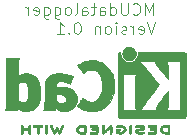
<source format=gbo>
%TF.GenerationSoftware,KiCad,Pcbnew,8.0.6*%
%TF.CreationDate,2024-11-27T00:55:28-08:00*%
%TF.ProjectId,Project 3 MCUdatalogger,50726f6a-6563-4742-9033-204d43556461,1*%
%TF.SameCoordinates,Original*%
%TF.FileFunction,Legend,Bot*%
%TF.FilePolarity,Positive*%
%FSLAX46Y46*%
G04 Gerber Fmt 4.6, Leading zero omitted, Abs format (unit mm)*
G04 Created by KiCad (PCBNEW 8.0.6) date 2024-11-27 00:55:28*
%MOMM*%
%LPD*%
G01*
G04 APERTURE LIST*
%ADD10C,0.100000*%
%ADD11C,0.010000*%
G04 APERTURE END LIST*
D10*
X51639115Y-66588475D02*
X51639115Y-65588475D01*
X51639115Y-65588475D02*
X51305782Y-66302760D01*
X51305782Y-66302760D02*
X50972449Y-65588475D01*
X50972449Y-65588475D02*
X50972449Y-66588475D01*
X49924830Y-66493236D02*
X49972449Y-66540856D01*
X49972449Y-66540856D02*
X50115306Y-66588475D01*
X50115306Y-66588475D02*
X50210544Y-66588475D01*
X50210544Y-66588475D02*
X50353401Y-66540856D01*
X50353401Y-66540856D02*
X50448639Y-66445617D01*
X50448639Y-66445617D02*
X50496258Y-66350379D01*
X50496258Y-66350379D02*
X50543877Y-66159903D01*
X50543877Y-66159903D02*
X50543877Y-66017046D01*
X50543877Y-66017046D02*
X50496258Y-65826570D01*
X50496258Y-65826570D02*
X50448639Y-65731332D01*
X50448639Y-65731332D02*
X50353401Y-65636094D01*
X50353401Y-65636094D02*
X50210544Y-65588475D01*
X50210544Y-65588475D02*
X50115306Y-65588475D01*
X50115306Y-65588475D02*
X49972449Y-65636094D01*
X49972449Y-65636094D02*
X49924830Y-65683713D01*
X49496258Y-65588475D02*
X49496258Y-66397998D01*
X49496258Y-66397998D02*
X49448639Y-66493236D01*
X49448639Y-66493236D02*
X49401020Y-66540856D01*
X49401020Y-66540856D02*
X49305782Y-66588475D01*
X49305782Y-66588475D02*
X49115306Y-66588475D01*
X49115306Y-66588475D02*
X49020068Y-66540856D01*
X49020068Y-66540856D02*
X48972449Y-66493236D01*
X48972449Y-66493236D02*
X48924830Y-66397998D01*
X48924830Y-66397998D02*
X48924830Y-65588475D01*
X48020068Y-66588475D02*
X48020068Y-65588475D01*
X48020068Y-66540856D02*
X48115306Y-66588475D01*
X48115306Y-66588475D02*
X48305782Y-66588475D01*
X48305782Y-66588475D02*
X48401020Y-66540856D01*
X48401020Y-66540856D02*
X48448639Y-66493236D01*
X48448639Y-66493236D02*
X48496258Y-66397998D01*
X48496258Y-66397998D02*
X48496258Y-66112284D01*
X48496258Y-66112284D02*
X48448639Y-66017046D01*
X48448639Y-66017046D02*
X48401020Y-65969427D01*
X48401020Y-65969427D02*
X48305782Y-65921808D01*
X48305782Y-65921808D02*
X48115306Y-65921808D01*
X48115306Y-65921808D02*
X48020068Y-65969427D01*
X47115306Y-66588475D02*
X47115306Y-66064665D01*
X47115306Y-66064665D02*
X47162925Y-65969427D01*
X47162925Y-65969427D02*
X47258163Y-65921808D01*
X47258163Y-65921808D02*
X47448639Y-65921808D01*
X47448639Y-65921808D02*
X47543877Y-65969427D01*
X47115306Y-66540856D02*
X47210544Y-66588475D01*
X47210544Y-66588475D02*
X47448639Y-66588475D01*
X47448639Y-66588475D02*
X47543877Y-66540856D01*
X47543877Y-66540856D02*
X47591496Y-66445617D01*
X47591496Y-66445617D02*
X47591496Y-66350379D01*
X47591496Y-66350379D02*
X47543877Y-66255141D01*
X47543877Y-66255141D02*
X47448639Y-66207522D01*
X47448639Y-66207522D02*
X47210544Y-66207522D01*
X47210544Y-66207522D02*
X47115306Y-66159903D01*
X46781972Y-65921808D02*
X46401020Y-65921808D01*
X46639115Y-65588475D02*
X46639115Y-66445617D01*
X46639115Y-66445617D02*
X46591496Y-66540856D01*
X46591496Y-66540856D02*
X46496258Y-66588475D01*
X46496258Y-66588475D02*
X46401020Y-66588475D01*
X45639115Y-66588475D02*
X45639115Y-66064665D01*
X45639115Y-66064665D02*
X45686734Y-65969427D01*
X45686734Y-65969427D02*
X45781972Y-65921808D01*
X45781972Y-65921808D02*
X45972448Y-65921808D01*
X45972448Y-65921808D02*
X46067686Y-65969427D01*
X45639115Y-66540856D02*
X45734353Y-66588475D01*
X45734353Y-66588475D02*
X45972448Y-66588475D01*
X45972448Y-66588475D02*
X46067686Y-66540856D01*
X46067686Y-66540856D02*
X46115305Y-66445617D01*
X46115305Y-66445617D02*
X46115305Y-66350379D01*
X46115305Y-66350379D02*
X46067686Y-66255141D01*
X46067686Y-66255141D02*
X45972448Y-66207522D01*
X45972448Y-66207522D02*
X45734353Y-66207522D01*
X45734353Y-66207522D02*
X45639115Y-66159903D01*
X45020067Y-66588475D02*
X45115305Y-66540856D01*
X45115305Y-66540856D02*
X45162924Y-66445617D01*
X45162924Y-66445617D02*
X45162924Y-65588475D01*
X44496257Y-66588475D02*
X44591495Y-66540856D01*
X44591495Y-66540856D02*
X44639114Y-66493236D01*
X44639114Y-66493236D02*
X44686733Y-66397998D01*
X44686733Y-66397998D02*
X44686733Y-66112284D01*
X44686733Y-66112284D02*
X44639114Y-66017046D01*
X44639114Y-66017046D02*
X44591495Y-65969427D01*
X44591495Y-65969427D02*
X44496257Y-65921808D01*
X44496257Y-65921808D02*
X44353400Y-65921808D01*
X44353400Y-65921808D02*
X44258162Y-65969427D01*
X44258162Y-65969427D02*
X44210543Y-66017046D01*
X44210543Y-66017046D02*
X44162924Y-66112284D01*
X44162924Y-66112284D02*
X44162924Y-66397998D01*
X44162924Y-66397998D02*
X44210543Y-66493236D01*
X44210543Y-66493236D02*
X44258162Y-66540856D01*
X44258162Y-66540856D02*
X44353400Y-66588475D01*
X44353400Y-66588475D02*
X44496257Y-66588475D01*
X43305781Y-65921808D02*
X43305781Y-66731332D01*
X43305781Y-66731332D02*
X43353400Y-66826570D01*
X43353400Y-66826570D02*
X43401019Y-66874189D01*
X43401019Y-66874189D02*
X43496257Y-66921808D01*
X43496257Y-66921808D02*
X43639114Y-66921808D01*
X43639114Y-66921808D02*
X43734352Y-66874189D01*
X43305781Y-66540856D02*
X43401019Y-66588475D01*
X43401019Y-66588475D02*
X43591495Y-66588475D01*
X43591495Y-66588475D02*
X43686733Y-66540856D01*
X43686733Y-66540856D02*
X43734352Y-66493236D01*
X43734352Y-66493236D02*
X43781971Y-66397998D01*
X43781971Y-66397998D02*
X43781971Y-66112284D01*
X43781971Y-66112284D02*
X43734352Y-66017046D01*
X43734352Y-66017046D02*
X43686733Y-65969427D01*
X43686733Y-65969427D02*
X43591495Y-65921808D01*
X43591495Y-65921808D02*
X43401019Y-65921808D01*
X43401019Y-65921808D02*
X43305781Y-65969427D01*
X42401019Y-65921808D02*
X42401019Y-66731332D01*
X42401019Y-66731332D02*
X42448638Y-66826570D01*
X42448638Y-66826570D02*
X42496257Y-66874189D01*
X42496257Y-66874189D02*
X42591495Y-66921808D01*
X42591495Y-66921808D02*
X42734352Y-66921808D01*
X42734352Y-66921808D02*
X42829590Y-66874189D01*
X42401019Y-66540856D02*
X42496257Y-66588475D01*
X42496257Y-66588475D02*
X42686733Y-66588475D01*
X42686733Y-66588475D02*
X42781971Y-66540856D01*
X42781971Y-66540856D02*
X42829590Y-66493236D01*
X42829590Y-66493236D02*
X42877209Y-66397998D01*
X42877209Y-66397998D02*
X42877209Y-66112284D01*
X42877209Y-66112284D02*
X42829590Y-66017046D01*
X42829590Y-66017046D02*
X42781971Y-65969427D01*
X42781971Y-65969427D02*
X42686733Y-65921808D01*
X42686733Y-65921808D02*
X42496257Y-65921808D01*
X42496257Y-65921808D02*
X42401019Y-65969427D01*
X41543876Y-66540856D02*
X41639114Y-66588475D01*
X41639114Y-66588475D02*
X41829590Y-66588475D01*
X41829590Y-66588475D02*
X41924828Y-66540856D01*
X41924828Y-66540856D02*
X41972447Y-66445617D01*
X41972447Y-66445617D02*
X41972447Y-66064665D01*
X41972447Y-66064665D02*
X41924828Y-65969427D01*
X41924828Y-65969427D02*
X41829590Y-65921808D01*
X41829590Y-65921808D02*
X41639114Y-65921808D01*
X41639114Y-65921808D02*
X41543876Y-65969427D01*
X41543876Y-65969427D02*
X41496257Y-66064665D01*
X41496257Y-66064665D02*
X41496257Y-66159903D01*
X41496257Y-66159903D02*
X41972447Y-66255141D01*
X41067685Y-66588475D02*
X41067685Y-65921808D01*
X41067685Y-66112284D02*
X41020066Y-66017046D01*
X41020066Y-66017046D02*
X40972447Y-65969427D01*
X40972447Y-65969427D02*
X40877209Y-65921808D01*
X40877209Y-65921808D02*
X40781971Y-65921808D01*
X51781972Y-67198419D02*
X51448639Y-68198419D01*
X51448639Y-68198419D02*
X51115306Y-67198419D01*
X50401020Y-68150800D02*
X50496258Y-68198419D01*
X50496258Y-68198419D02*
X50686734Y-68198419D01*
X50686734Y-68198419D02*
X50781972Y-68150800D01*
X50781972Y-68150800D02*
X50829591Y-68055561D01*
X50829591Y-68055561D02*
X50829591Y-67674609D01*
X50829591Y-67674609D02*
X50781972Y-67579371D01*
X50781972Y-67579371D02*
X50686734Y-67531752D01*
X50686734Y-67531752D02*
X50496258Y-67531752D01*
X50496258Y-67531752D02*
X50401020Y-67579371D01*
X50401020Y-67579371D02*
X50353401Y-67674609D01*
X50353401Y-67674609D02*
X50353401Y-67769847D01*
X50353401Y-67769847D02*
X50829591Y-67865085D01*
X49924829Y-68198419D02*
X49924829Y-67531752D01*
X49924829Y-67722228D02*
X49877210Y-67626990D01*
X49877210Y-67626990D02*
X49829591Y-67579371D01*
X49829591Y-67579371D02*
X49734353Y-67531752D01*
X49734353Y-67531752D02*
X49639115Y-67531752D01*
X49353400Y-68150800D02*
X49258162Y-68198419D01*
X49258162Y-68198419D02*
X49067686Y-68198419D01*
X49067686Y-68198419D02*
X48972448Y-68150800D01*
X48972448Y-68150800D02*
X48924829Y-68055561D01*
X48924829Y-68055561D02*
X48924829Y-68007942D01*
X48924829Y-68007942D02*
X48972448Y-67912704D01*
X48972448Y-67912704D02*
X49067686Y-67865085D01*
X49067686Y-67865085D02*
X49210543Y-67865085D01*
X49210543Y-67865085D02*
X49305781Y-67817466D01*
X49305781Y-67817466D02*
X49353400Y-67722228D01*
X49353400Y-67722228D02*
X49353400Y-67674609D01*
X49353400Y-67674609D02*
X49305781Y-67579371D01*
X49305781Y-67579371D02*
X49210543Y-67531752D01*
X49210543Y-67531752D02*
X49067686Y-67531752D01*
X49067686Y-67531752D02*
X48972448Y-67579371D01*
X48496257Y-68198419D02*
X48496257Y-67531752D01*
X48496257Y-67198419D02*
X48543876Y-67246038D01*
X48543876Y-67246038D02*
X48496257Y-67293657D01*
X48496257Y-67293657D02*
X48448638Y-67246038D01*
X48448638Y-67246038D02*
X48496257Y-67198419D01*
X48496257Y-67198419D02*
X48496257Y-67293657D01*
X47877210Y-68198419D02*
X47972448Y-68150800D01*
X47972448Y-68150800D02*
X48020067Y-68103180D01*
X48020067Y-68103180D02*
X48067686Y-68007942D01*
X48067686Y-68007942D02*
X48067686Y-67722228D01*
X48067686Y-67722228D02*
X48020067Y-67626990D01*
X48020067Y-67626990D02*
X47972448Y-67579371D01*
X47972448Y-67579371D02*
X47877210Y-67531752D01*
X47877210Y-67531752D02*
X47734353Y-67531752D01*
X47734353Y-67531752D02*
X47639115Y-67579371D01*
X47639115Y-67579371D02*
X47591496Y-67626990D01*
X47591496Y-67626990D02*
X47543877Y-67722228D01*
X47543877Y-67722228D02*
X47543877Y-68007942D01*
X47543877Y-68007942D02*
X47591496Y-68103180D01*
X47591496Y-68103180D02*
X47639115Y-68150800D01*
X47639115Y-68150800D02*
X47734353Y-68198419D01*
X47734353Y-68198419D02*
X47877210Y-68198419D01*
X47115305Y-67531752D02*
X47115305Y-68198419D01*
X47115305Y-67626990D02*
X47067686Y-67579371D01*
X47067686Y-67579371D02*
X46972448Y-67531752D01*
X46972448Y-67531752D02*
X46829591Y-67531752D01*
X46829591Y-67531752D02*
X46734353Y-67579371D01*
X46734353Y-67579371D02*
X46686734Y-67674609D01*
X46686734Y-67674609D02*
X46686734Y-68198419D01*
X45258162Y-67198419D02*
X45162924Y-67198419D01*
X45162924Y-67198419D02*
X45067686Y-67246038D01*
X45067686Y-67246038D02*
X45020067Y-67293657D01*
X45020067Y-67293657D02*
X44972448Y-67388895D01*
X44972448Y-67388895D02*
X44924829Y-67579371D01*
X44924829Y-67579371D02*
X44924829Y-67817466D01*
X44924829Y-67817466D02*
X44972448Y-68007942D01*
X44972448Y-68007942D02*
X45020067Y-68103180D01*
X45020067Y-68103180D02*
X45067686Y-68150800D01*
X45067686Y-68150800D02*
X45162924Y-68198419D01*
X45162924Y-68198419D02*
X45258162Y-68198419D01*
X45258162Y-68198419D02*
X45353400Y-68150800D01*
X45353400Y-68150800D02*
X45401019Y-68103180D01*
X45401019Y-68103180D02*
X45448638Y-68007942D01*
X45448638Y-68007942D02*
X45496257Y-67817466D01*
X45496257Y-67817466D02*
X45496257Y-67579371D01*
X45496257Y-67579371D02*
X45448638Y-67388895D01*
X45448638Y-67388895D02*
X45401019Y-67293657D01*
X45401019Y-67293657D02*
X45353400Y-67246038D01*
X45353400Y-67246038D02*
X45258162Y-67198419D01*
X44496257Y-68103180D02*
X44448638Y-68150800D01*
X44448638Y-68150800D02*
X44496257Y-68198419D01*
X44496257Y-68198419D02*
X44543876Y-68150800D01*
X44543876Y-68150800D02*
X44496257Y-68103180D01*
X44496257Y-68103180D02*
X44496257Y-68198419D01*
X43496258Y-68198419D02*
X44067686Y-68198419D01*
X43781972Y-68198419D02*
X43781972Y-67198419D01*
X43781972Y-67198419D02*
X43877210Y-67341276D01*
X43877210Y-67341276D02*
X43972448Y-67436514D01*
X43972448Y-67436514D02*
X44067686Y-67484133D01*
D11*
%TO.C,REF\u002A\u002A*%
X42579698Y-75904141D02*
X42605419Y-75919839D01*
X42632070Y-75941419D01*
X42632070Y-76588876D01*
X42605419Y-76610456D01*
X42574059Y-76627931D01*
X42538258Y-76628767D01*
X42506820Y-76608274D01*
X42502944Y-76603608D01*
X42497478Y-76594141D01*
X42493271Y-76580459D01*
X42490159Y-76559940D01*
X42487979Y-76529960D01*
X42486568Y-76487896D01*
X42485763Y-76431124D01*
X42485399Y-76357022D01*
X42485314Y-76262965D01*
X42485314Y-75941419D01*
X42511965Y-75919839D01*
X42535678Y-75905069D01*
X42558692Y-75898259D01*
X42579698Y-75904141D01*
G36*
X42579698Y-75904141D02*
G01*
X42605419Y-75919839D01*
X42632070Y-75941419D01*
X42632070Y-76588876D01*
X42605419Y-76610456D01*
X42574059Y-76627931D01*
X42538258Y-76628767D01*
X42506820Y-76608274D01*
X42502944Y-76603608D01*
X42497478Y-76594141D01*
X42493271Y-76580459D01*
X42490159Y-76559940D01*
X42487979Y-76529960D01*
X42486568Y-76487896D01*
X42485763Y-76431124D01*
X42485399Y-76357022D01*
X42485314Y-76262965D01*
X42485314Y-75941419D01*
X42511965Y-75919839D01*
X42535678Y-75905069D01*
X42558692Y-75898259D01*
X42579698Y-75904141D01*
G37*
X49710429Y-75902655D02*
X49744583Y-75925968D01*
X49772292Y-75953677D01*
X49772292Y-76266729D01*
X49772251Y-76350759D01*
X49771993Y-76424981D01*
X49771322Y-76481733D01*
X49770044Y-76523704D01*
X49767965Y-76553581D01*
X49764891Y-76574053D01*
X49760626Y-76587806D01*
X49754976Y-76597529D01*
X49747747Y-76605909D01*
X49716283Y-76627373D01*
X49681118Y-76629139D01*
X49648114Y-76609459D01*
X49642808Y-76603590D01*
X49637358Y-76594506D01*
X49633192Y-76581165D01*
X49630138Y-76560949D01*
X49628024Y-76531241D01*
X49626678Y-76489424D01*
X49625930Y-76432881D01*
X49625606Y-76358994D01*
X49625537Y-76265148D01*
X49625576Y-76189486D01*
X49625831Y-76111577D01*
X49626475Y-76051567D01*
X49627679Y-76006840D01*
X49629616Y-75974777D01*
X49632456Y-75952763D01*
X49636371Y-75938179D01*
X49641534Y-75928410D01*
X49648114Y-75920837D01*
X49677298Y-75901815D01*
X49710429Y-75902655D01*
G36*
X49710429Y-75902655D02*
G01*
X49744583Y-75925968D01*
X49772292Y-75953677D01*
X49772292Y-76266729D01*
X49772251Y-76350759D01*
X49771993Y-76424981D01*
X49771322Y-76481733D01*
X49770044Y-76523704D01*
X49767965Y-76553581D01*
X49764891Y-76574053D01*
X49760626Y-76587806D01*
X49754976Y-76597529D01*
X49747747Y-76605909D01*
X49716283Y-76627373D01*
X49681118Y-76629139D01*
X49648114Y-76609459D01*
X49642808Y-76603590D01*
X49637358Y-76594506D01*
X49633192Y-76581165D01*
X49630138Y-76560949D01*
X49628024Y-76531241D01*
X49626678Y-76489424D01*
X49625930Y-76432881D01*
X49625606Y-76358994D01*
X49625537Y-76265148D01*
X49625576Y-76189486D01*
X49625831Y-76111577D01*
X49626475Y-76051567D01*
X49627679Y-76006840D01*
X49629616Y-75974777D01*
X49632456Y-75952763D01*
X49636371Y-75938179D01*
X49641534Y-75928410D01*
X49648114Y-75920837D01*
X49677298Y-75901815D01*
X49710429Y-75902655D01*
G37*
X49677012Y-69289581D02*
X49782536Y-69315436D01*
X49882560Y-69361841D01*
X49973934Y-69428803D01*
X50053505Y-69516328D01*
X50118120Y-69624426D01*
X50135443Y-69662506D01*
X50149477Y-69701103D01*
X50157352Y-69739689D01*
X50160803Y-69787415D01*
X50161568Y-69853433D01*
X50161105Y-69908381D01*
X50158319Y-69958880D01*
X50151487Y-69998280D01*
X50138904Y-70035628D01*
X50118864Y-70079973D01*
X50113066Y-70091791D01*
X50044545Y-70200001D01*
X49958365Y-70289033D01*
X49856972Y-70356797D01*
X49742811Y-70401206D01*
X49684234Y-70413598D01*
X49565399Y-70419397D01*
X49450300Y-70400634D01*
X49342312Y-70359232D01*
X49244809Y-70297115D01*
X49161168Y-70216207D01*
X49094763Y-70118432D01*
X49048969Y-70005714D01*
X49032214Y-69913471D01*
X49030705Y-69811677D01*
X49044332Y-69712660D01*
X49072445Y-69626892D01*
X49104930Y-69565573D01*
X49177247Y-69468288D01*
X49262978Y-69391507D01*
X49358973Y-69335238D01*
X49462079Y-69299490D01*
X49569142Y-69284268D01*
X49677012Y-69289581D01*
G36*
X49677012Y-69289581D02*
G01*
X49782536Y-69315436D01*
X49882560Y-69361841D01*
X49973934Y-69428803D01*
X50053505Y-69516328D01*
X50118120Y-69624426D01*
X50135443Y-69662506D01*
X50149477Y-69701103D01*
X50157352Y-69739689D01*
X50160803Y-69787415D01*
X50161568Y-69853433D01*
X50161105Y-69908381D01*
X50158319Y-69958880D01*
X50151487Y-69998280D01*
X50138904Y-70035628D01*
X50118864Y-70079973D01*
X50113066Y-70091791D01*
X50044545Y-70200001D01*
X49958365Y-70289033D01*
X49856972Y-70356797D01*
X49742811Y-70401206D01*
X49684234Y-70413598D01*
X49565399Y-70419397D01*
X49450300Y-70400634D01*
X49342312Y-70359232D01*
X49244809Y-70297115D01*
X49161168Y-70216207D01*
X49094763Y-70118432D01*
X49048969Y-70005714D01*
X49032214Y-69913471D01*
X49030705Y-69811677D01*
X49044332Y-69712660D01*
X49072445Y-69626892D01*
X49104930Y-69565573D01*
X49177247Y-69468288D01*
X49262978Y-69391507D01*
X49358973Y-69335238D01*
X49462079Y-69299490D01*
X49569142Y-69284268D01*
X49677012Y-69289581D01*
G37*
X41880059Y-75898260D02*
X41974182Y-75898350D01*
X42048697Y-75898690D01*
X42106103Y-75899431D01*
X42148903Y-75900727D01*
X42179596Y-75902729D01*
X42200683Y-75905588D01*
X42214665Y-75909458D01*
X42224042Y-75914490D01*
X42231314Y-75920837D01*
X42250120Y-75953554D01*
X42251567Y-75991131D01*
X42235209Y-76024370D01*
X42233849Y-76025823D01*
X42222646Y-76034184D01*
X42205544Y-76039739D01*
X42178374Y-76043032D01*
X42136970Y-76044610D01*
X42077165Y-76045014D01*
X41937803Y-76045014D01*
X41937803Y-76308781D01*
X41937728Y-76384609D01*
X41937320Y-76451275D01*
X41936338Y-76501059D01*
X41934542Y-76536976D01*
X41931691Y-76562042D01*
X41927545Y-76579273D01*
X41921863Y-76591684D01*
X41914406Y-76602292D01*
X41912116Y-76605098D01*
X41880938Y-76627740D01*
X41846558Y-76629304D01*
X41813626Y-76609459D01*
X41806647Y-76601383D01*
X41801175Y-76590785D01*
X41797155Y-76574941D01*
X41794364Y-76550965D01*
X41792580Y-76515966D01*
X41791581Y-76467056D01*
X41791144Y-76401346D01*
X41791048Y-76315948D01*
X41791048Y-76045014D01*
X41645112Y-76045014D01*
X41634012Y-76045013D01*
X41577494Y-76044788D01*
X41538650Y-76043649D01*
X41513257Y-76040849D01*
X41497096Y-76035642D01*
X41485944Y-76027281D01*
X41475581Y-76015018D01*
X41459733Y-75984330D01*
X41462835Y-75950550D01*
X41488479Y-75918014D01*
X41493421Y-75914297D01*
X41503630Y-75909461D01*
X41519056Y-75905698D01*
X41542178Y-75902875D01*
X41575475Y-75900862D01*
X41621429Y-75899525D01*
X41682520Y-75898734D01*
X41761227Y-75898355D01*
X41860032Y-75898259D01*
X41880059Y-75898260D01*
G36*
X41880059Y-75898260D02*
G01*
X41974182Y-75898350D01*
X42048697Y-75898690D01*
X42106103Y-75899431D01*
X42148903Y-75900727D01*
X42179596Y-75902729D01*
X42200683Y-75905588D01*
X42214665Y-75909458D01*
X42224042Y-75914490D01*
X42231314Y-75920837D01*
X42250120Y-75953554D01*
X42251567Y-75991131D01*
X42235209Y-76024370D01*
X42233849Y-76025823D01*
X42222646Y-76034184D01*
X42205544Y-76039739D01*
X42178374Y-76043032D01*
X42136970Y-76044610D01*
X42077165Y-76045014D01*
X41937803Y-76045014D01*
X41937803Y-76308781D01*
X41937728Y-76384609D01*
X41937320Y-76451275D01*
X41936338Y-76501059D01*
X41934542Y-76536976D01*
X41931691Y-76562042D01*
X41927545Y-76579273D01*
X41921863Y-76591684D01*
X41914406Y-76602292D01*
X41912116Y-76605098D01*
X41880938Y-76627740D01*
X41846558Y-76629304D01*
X41813626Y-76609459D01*
X41806647Y-76601383D01*
X41801175Y-76590785D01*
X41797155Y-76574941D01*
X41794364Y-76550965D01*
X41792580Y-76515966D01*
X41791581Y-76467056D01*
X41791144Y-76401346D01*
X41791048Y-76315948D01*
X41791048Y-76045014D01*
X41645112Y-76045014D01*
X41634012Y-76045013D01*
X41577494Y-76044788D01*
X41538650Y-76043649D01*
X41513257Y-76040849D01*
X41497096Y-76035642D01*
X41485944Y-76027281D01*
X41475581Y-76015018D01*
X41459733Y-75984330D01*
X41462835Y-75950550D01*
X41488479Y-75918014D01*
X41493421Y-75914297D01*
X41503630Y-75909461D01*
X41519056Y-75905698D01*
X41542178Y-75902875D01*
X41575475Y-75900862D01*
X41621429Y-75899525D01*
X41682520Y-75898734D01*
X41761227Y-75898355D01*
X41860032Y-75898259D01*
X41880059Y-75898260D01*
G37*
X41204026Y-75920837D02*
X41209658Y-75927027D01*
X41214748Y-75935233D01*
X41218835Y-75947009D01*
X41222013Y-75964468D01*
X41224379Y-75989722D01*
X41226030Y-76024882D01*
X41227061Y-76072061D01*
X41227569Y-76133369D01*
X41227651Y-76210919D01*
X41227401Y-76306823D01*
X41226917Y-76423192D01*
X41226849Y-76437367D01*
X41226263Y-76499129D01*
X41224940Y-76542812D01*
X41222395Y-76572193D01*
X41218140Y-76591047D01*
X41211688Y-76603151D01*
X41202554Y-76612281D01*
X41169096Y-76629698D01*
X41134148Y-76626796D01*
X41103245Y-76602292D01*
X41094236Y-76589089D01*
X41086784Y-76570553D01*
X41082416Y-76544525D01*
X41080361Y-76505979D01*
X41079848Y-76449892D01*
X41079848Y-76327237D01*
X40583137Y-76327237D01*
X40583137Y-76462063D01*
X40583064Y-76497854D01*
X40582301Y-76544184D01*
X40580125Y-76574718D01*
X40575828Y-76593749D01*
X40568704Y-76605566D01*
X40558047Y-76614463D01*
X40525796Y-76629533D01*
X40490509Y-76626865D01*
X40459778Y-76602292D01*
X40455123Y-76596037D01*
X40449187Y-76585513D01*
X40444656Y-76571583D01*
X40441340Y-76551509D01*
X40439051Y-76522552D01*
X40437600Y-76481972D01*
X40436797Y-76427032D01*
X40436454Y-76354991D01*
X40436381Y-76263112D01*
X40436381Y-75953677D01*
X40464090Y-75925968D01*
X40495469Y-75903725D01*
X40528698Y-75901036D01*
X40560559Y-75920837D01*
X40568845Y-75930607D01*
X40576257Y-75946499D01*
X40580594Y-75970467D01*
X40582630Y-76007340D01*
X40583137Y-76061948D01*
X40583137Y-76180481D01*
X41079848Y-76180481D01*
X41079848Y-76064968D01*
X41080286Y-76013270D01*
X41082250Y-75978746D01*
X41086766Y-75956170D01*
X41094859Y-75940318D01*
X41107557Y-75925968D01*
X41138935Y-75903725D01*
X41172164Y-75901036D01*
X41204026Y-75920837D01*
G36*
X41204026Y-75920837D02*
G01*
X41209658Y-75927027D01*
X41214748Y-75935233D01*
X41218835Y-75947009D01*
X41222013Y-75964468D01*
X41224379Y-75989722D01*
X41226030Y-76024882D01*
X41227061Y-76072061D01*
X41227569Y-76133369D01*
X41227651Y-76210919D01*
X41227401Y-76306823D01*
X41226917Y-76423192D01*
X41226849Y-76437367D01*
X41226263Y-76499129D01*
X41224940Y-76542812D01*
X41222395Y-76572193D01*
X41218140Y-76591047D01*
X41211688Y-76603151D01*
X41202554Y-76612281D01*
X41169096Y-76629698D01*
X41134148Y-76626796D01*
X41103245Y-76602292D01*
X41094236Y-76589089D01*
X41086784Y-76570553D01*
X41082416Y-76544525D01*
X41080361Y-76505979D01*
X41079848Y-76449892D01*
X41079848Y-76327237D01*
X40583137Y-76327237D01*
X40583137Y-76462063D01*
X40583064Y-76497854D01*
X40582301Y-76544184D01*
X40580125Y-76574718D01*
X40575828Y-76593749D01*
X40568704Y-76605566D01*
X40558047Y-76614463D01*
X40525796Y-76629533D01*
X40490509Y-76626865D01*
X40459778Y-76602292D01*
X40455123Y-76596037D01*
X40449187Y-76585513D01*
X40444656Y-76571583D01*
X40441340Y-76551509D01*
X40439051Y-76522552D01*
X40437600Y-76481972D01*
X40436797Y-76427032D01*
X40436454Y-76354991D01*
X40436381Y-76263112D01*
X40436381Y-75953677D01*
X40464090Y-75925968D01*
X40495469Y-75903725D01*
X40528698Y-75901036D01*
X40560559Y-75920837D01*
X40568845Y-75930607D01*
X40576257Y-75946499D01*
X40580594Y-75970467D01*
X40582630Y-76007340D01*
X40583137Y-76061948D01*
X40583137Y-76180481D01*
X41079848Y-76180481D01*
X41079848Y-76064968D01*
X41080286Y-76013270D01*
X41082250Y-75978746D01*
X41086766Y-75956170D01*
X41094859Y-75940318D01*
X41107557Y-75925968D01*
X41138935Y-75903725D01*
X41172164Y-75901036D01*
X41204026Y-75920837D01*
G37*
X45909425Y-76509588D02*
X45907455Y-76542367D01*
X45904527Y-76565287D01*
X45900450Y-76581089D01*
X45895035Y-76592511D01*
X45888095Y-76602292D01*
X45864698Y-76632037D01*
X45699006Y-76631443D01*
X45664210Y-76631145D01*
X45565727Y-76627714D01*
X45484765Y-76620031D01*
X45417671Y-76607474D01*
X45360788Y-76589419D01*
X45310461Y-76565244D01*
X45307102Y-76563327D01*
X45249290Y-76526609D01*
X45206936Y-76489643D01*
X45174120Y-76446158D01*
X45144920Y-76389881D01*
X45140638Y-76380265D01*
X45118061Y-76317079D01*
X45112326Y-76271525D01*
X45261571Y-76271525D01*
X45267184Y-76296253D01*
X45272910Y-76312131D01*
X45305840Y-76372039D01*
X45353178Y-76417792D01*
X45416944Y-76450928D01*
X45499153Y-76472982D01*
X45501947Y-76473484D01*
X45548232Y-76479447D01*
X45604628Y-76483675D01*
X45659566Y-76485281D01*
X45753448Y-76485281D01*
X45753448Y-76045014D01*
X45665959Y-76045462D01*
X45599039Y-76047938D01*
X45506641Y-76059190D01*
X45427326Y-76078729D01*
X45365352Y-76105703D01*
X45334412Y-76126432D01*
X45306292Y-76156198D01*
X45282952Y-76198626D01*
X45275825Y-76214592D01*
X45264001Y-76247094D01*
X45261571Y-76271525D01*
X45112326Y-76271525D01*
X45111089Y-76261701D01*
X45119691Y-76206675D01*
X45143833Y-76144543D01*
X45144629Y-76142850D01*
X45185080Y-76073428D01*
X45235765Y-76016830D01*
X45298490Y-75972262D01*
X45375066Y-75938933D01*
X45467301Y-75916053D01*
X45577004Y-75902828D01*
X45705983Y-75898467D01*
X45709555Y-75898462D01*
X45769575Y-75898602D01*
X45811506Y-75899638D01*
X45839620Y-75902232D01*
X45858189Y-75907045D01*
X45871486Y-75914736D01*
X45883783Y-75925968D01*
X45911492Y-75953677D01*
X45911492Y-76263112D01*
X45911467Y-76324718D01*
X45911242Y-76403503D01*
X45910624Y-76464213D01*
X45910067Y-76485281D01*
X45909425Y-76509588D01*
G36*
X45909425Y-76509588D02*
G01*
X45907455Y-76542367D01*
X45904527Y-76565287D01*
X45900450Y-76581089D01*
X45895035Y-76592511D01*
X45888095Y-76602292D01*
X45864698Y-76632037D01*
X45699006Y-76631443D01*
X45664210Y-76631145D01*
X45565727Y-76627714D01*
X45484765Y-76620031D01*
X45417671Y-76607474D01*
X45360788Y-76589419D01*
X45310461Y-76565244D01*
X45307102Y-76563327D01*
X45249290Y-76526609D01*
X45206936Y-76489643D01*
X45174120Y-76446158D01*
X45144920Y-76389881D01*
X45140638Y-76380265D01*
X45118061Y-76317079D01*
X45112326Y-76271525D01*
X45261571Y-76271525D01*
X45267184Y-76296253D01*
X45272910Y-76312131D01*
X45305840Y-76372039D01*
X45353178Y-76417792D01*
X45416944Y-76450928D01*
X45499153Y-76472982D01*
X45501947Y-76473484D01*
X45548232Y-76479447D01*
X45604628Y-76483675D01*
X45659566Y-76485281D01*
X45753448Y-76485281D01*
X45753448Y-76045014D01*
X45665959Y-76045462D01*
X45599039Y-76047938D01*
X45506641Y-76059190D01*
X45427326Y-76078729D01*
X45365352Y-76105703D01*
X45334412Y-76126432D01*
X45306292Y-76156198D01*
X45282952Y-76198626D01*
X45275825Y-76214592D01*
X45264001Y-76247094D01*
X45261571Y-76271525D01*
X45112326Y-76271525D01*
X45111089Y-76261701D01*
X45119691Y-76206675D01*
X45143833Y-76144543D01*
X45144629Y-76142850D01*
X45185080Y-76073428D01*
X45235765Y-76016830D01*
X45298490Y-75972262D01*
X45375066Y-75938933D01*
X45467301Y-75916053D01*
X45577004Y-75902828D01*
X45705983Y-75898467D01*
X45709555Y-75898462D01*
X45769575Y-75898602D01*
X45811506Y-75899638D01*
X45839620Y-75902232D01*
X45858189Y-75907045D01*
X45871486Y-75914736D01*
X45883783Y-75925968D01*
X45911492Y-75953677D01*
X45911492Y-76263112D01*
X45911467Y-76324718D01*
X45911242Y-76403503D01*
X45910624Y-76464213D01*
X45910067Y-76485281D01*
X45909425Y-76509588D01*
G37*
X53001109Y-76083619D02*
X53001162Y-76164233D01*
X53000914Y-76265148D01*
X53000875Y-76340809D01*
X53000620Y-76418718D01*
X52999976Y-76478728D01*
X52998772Y-76523456D01*
X52996835Y-76555518D01*
X52993995Y-76577532D01*
X52990080Y-76592116D01*
X52984918Y-76601886D01*
X52978337Y-76609459D01*
X52971369Y-76615693D01*
X52958371Y-76622993D01*
X52939223Y-76627746D01*
X52909820Y-76630484D01*
X52866054Y-76631737D01*
X52803820Y-76632037D01*
X52754874Y-76631661D01*
X52648014Y-76627233D01*
X52558786Y-76617145D01*
X52483988Y-76600557D01*
X52420417Y-76576627D01*
X52364871Y-76544513D01*
X52314146Y-76503374D01*
X52308158Y-76497522D01*
X52271291Y-76449013D01*
X52240191Y-76388205D01*
X52218709Y-76323961D01*
X52213428Y-76285218D01*
X52360645Y-76285218D01*
X52378927Y-76336153D01*
X52408597Y-76382070D01*
X52455294Y-76424479D01*
X52516684Y-76454282D01*
X52595830Y-76473418D01*
X52597320Y-76473656D01*
X52646291Y-76479448D01*
X52704985Y-76483588D01*
X52761026Y-76485196D01*
X52854159Y-76485281D01*
X52854159Y-76045014D01*
X52777959Y-76045000D01*
X52774931Y-76045009D01*
X52723811Y-76046974D01*
X52663708Y-76051699D01*
X52607000Y-76058227D01*
X52557042Y-76067523D01*
X52482290Y-76093792D01*
X52424781Y-76133091D01*
X52383280Y-76186125D01*
X52362063Y-76237392D01*
X52360645Y-76285218D01*
X52213428Y-76285218D01*
X52210692Y-76265148D01*
X52211971Y-76243931D01*
X52224283Y-76186515D01*
X52246812Y-76126605D01*
X52276042Y-76072555D01*
X52308459Y-76032724D01*
X52328000Y-76015702D01*
X52382712Y-75976514D01*
X52443015Y-75946385D01*
X52512211Y-75924424D01*
X52593603Y-75909742D01*
X52690492Y-75901451D01*
X52806181Y-75898659D01*
X52845663Y-75898258D01*
X52891374Y-75897845D01*
X52927175Y-75899649D01*
X52954266Y-75905931D01*
X52973848Y-75918951D01*
X52987122Y-75940970D01*
X52995290Y-75974247D01*
X52999552Y-76021043D01*
X53000149Y-76045014D01*
X53001109Y-76083619D01*
G36*
X53001109Y-76083619D02*
G01*
X53001162Y-76164233D01*
X53000914Y-76265148D01*
X53000875Y-76340809D01*
X53000620Y-76418718D01*
X52999976Y-76478728D01*
X52998772Y-76523456D01*
X52996835Y-76555518D01*
X52993995Y-76577532D01*
X52990080Y-76592116D01*
X52984918Y-76601886D01*
X52978337Y-76609459D01*
X52971369Y-76615693D01*
X52958371Y-76622993D01*
X52939223Y-76627746D01*
X52909820Y-76630484D01*
X52866054Y-76631737D01*
X52803820Y-76632037D01*
X52754874Y-76631661D01*
X52648014Y-76627233D01*
X52558786Y-76617145D01*
X52483988Y-76600557D01*
X52420417Y-76576627D01*
X52364871Y-76544513D01*
X52314146Y-76503374D01*
X52308158Y-76497522D01*
X52271291Y-76449013D01*
X52240191Y-76388205D01*
X52218709Y-76323961D01*
X52213428Y-76285218D01*
X52360645Y-76285218D01*
X52378927Y-76336153D01*
X52408597Y-76382070D01*
X52455294Y-76424479D01*
X52516684Y-76454282D01*
X52595830Y-76473418D01*
X52597320Y-76473656D01*
X52646291Y-76479448D01*
X52704985Y-76483588D01*
X52761026Y-76485196D01*
X52854159Y-76485281D01*
X52854159Y-76045014D01*
X52777959Y-76045000D01*
X52774931Y-76045009D01*
X52723811Y-76046974D01*
X52663708Y-76051699D01*
X52607000Y-76058227D01*
X52557042Y-76067523D01*
X52482290Y-76093792D01*
X52424781Y-76133091D01*
X52383280Y-76186125D01*
X52362063Y-76237392D01*
X52360645Y-76285218D01*
X52213428Y-76285218D01*
X52210692Y-76265148D01*
X52211971Y-76243931D01*
X52224283Y-76186515D01*
X52246812Y-76126605D01*
X52276042Y-76072555D01*
X52308459Y-76032724D01*
X52328000Y-76015702D01*
X52382712Y-75976514D01*
X52443015Y-75946385D01*
X52512211Y-75924424D01*
X52593603Y-75909742D01*
X52690492Y-75901451D01*
X52806181Y-75898659D01*
X52845663Y-75898258D01*
X52891374Y-75897845D01*
X52927175Y-75899649D01*
X52954266Y-75905931D01*
X52973848Y-75918951D01*
X52987122Y-75940970D01*
X52995290Y-75974247D01*
X52999552Y-76021043D01*
X53000149Y-76045014D01*
X53001109Y-76083619D01*
G37*
X48056185Y-75897084D02*
X48067593Y-75903221D01*
X48078142Y-75913883D01*
X48089428Y-75928003D01*
X48093881Y-75933964D01*
X48099880Y-75944460D01*
X48104459Y-75958285D01*
X48107811Y-75978190D01*
X48110125Y-76006924D01*
X48111593Y-76047237D01*
X48112405Y-76101879D01*
X48112752Y-76173599D01*
X48112826Y-76265148D01*
X48112803Y-76323678D01*
X48112584Y-76402765D01*
X48111975Y-76463708D01*
X48110784Y-76509254D01*
X48108821Y-76542155D01*
X48105895Y-76565160D01*
X48101815Y-76581018D01*
X48096389Y-76592478D01*
X48089428Y-76602292D01*
X48059000Y-76626685D01*
X48024057Y-76629564D01*
X47987076Y-76610474D01*
X47982892Y-76606999D01*
X47974716Y-76598471D01*
X47968656Y-76586920D01*
X47964273Y-76569088D01*
X47961131Y-76541716D01*
X47958794Y-76501546D01*
X47956823Y-76445320D01*
X47954781Y-76369781D01*
X47949137Y-76150650D01*
X47683848Y-76391291D01*
X47610014Y-76458067D01*
X47544834Y-76516183D01*
X47492640Y-76561141D01*
X47451565Y-76594063D01*
X47419747Y-76616071D01*
X47395318Y-76628286D01*
X47376416Y-76631831D01*
X47361175Y-76627828D01*
X47347731Y-76617399D01*
X47334219Y-76601666D01*
X47327974Y-76593183D01*
X47322342Y-76582605D01*
X47318131Y-76568447D01*
X47315179Y-76547995D01*
X47313324Y-76518534D01*
X47312405Y-76477353D01*
X47312260Y-76421736D01*
X47312727Y-76348971D01*
X47313644Y-76256343D01*
X47316959Y-75941391D01*
X47343610Y-75919825D01*
X47369675Y-75903633D01*
X47402533Y-75900862D01*
X47437064Y-75919815D01*
X47441376Y-75923400D01*
X47449508Y-75931929D01*
X47455537Y-75943521D01*
X47459898Y-75961427D01*
X47463026Y-75988898D01*
X47465355Y-76029186D01*
X47467321Y-76085543D01*
X47469359Y-76161221D01*
X47475003Y-76381070D01*
X47655626Y-76217276D01*
X47742364Y-76138643D01*
X47818135Y-76070250D01*
X47880272Y-76014900D01*
X47930370Y-75971530D01*
X47970027Y-75939073D01*
X48000840Y-75916465D01*
X48024406Y-75902640D01*
X48042322Y-75896535D01*
X48056185Y-75897084D01*
G36*
X48056185Y-75897084D02*
G01*
X48067593Y-75903221D01*
X48078142Y-75913883D01*
X48089428Y-75928003D01*
X48093881Y-75933964D01*
X48099880Y-75944460D01*
X48104459Y-75958285D01*
X48107811Y-75978190D01*
X48110125Y-76006924D01*
X48111593Y-76047237D01*
X48112405Y-76101879D01*
X48112752Y-76173599D01*
X48112826Y-76265148D01*
X48112803Y-76323678D01*
X48112584Y-76402765D01*
X48111975Y-76463708D01*
X48110784Y-76509254D01*
X48108821Y-76542155D01*
X48105895Y-76565160D01*
X48101815Y-76581018D01*
X48096389Y-76592478D01*
X48089428Y-76602292D01*
X48059000Y-76626685D01*
X48024057Y-76629564D01*
X47987076Y-76610474D01*
X47982892Y-76606999D01*
X47974716Y-76598471D01*
X47968656Y-76586920D01*
X47964273Y-76569088D01*
X47961131Y-76541716D01*
X47958794Y-76501546D01*
X47956823Y-76445320D01*
X47954781Y-76369781D01*
X47949137Y-76150650D01*
X47683848Y-76391291D01*
X47610014Y-76458067D01*
X47544834Y-76516183D01*
X47492640Y-76561141D01*
X47451565Y-76594063D01*
X47419747Y-76616071D01*
X47395318Y-76628286D01*
X47376416Y-76631831D01*
X47361175Y-76627828D01*
X47347731Y-76617399D01*
X47334219Y-76601666D01*
X47327974Y-76593183D01*
X47322342Y-76582605D01*
X47318131Y-76568447D01*
X47315179Y-76547995D01*
X47313324Y-76518534D01*
X47312405Y-76477353D01*
X47312260Y-76421736D01*
X47312727Y-76348971D01*
X47313644Y-76256343D01*
X47316959Y-75941391D01*
X47343610Y-75919825D01*
X47369675Y-75903633D01*
X47402533Y-75900862D01*
X47437064Y-75919815D01*
X47441376Y-75923400D01*
X47449508Y-75931929D01*
X47455537Y-75943521D01*
X47459898Y-75961427D01*
X47463026Y-75988898D01*
X47465355Y-76029186D01*
X47467321Y-76085543D01*
X47469359Y-76161221D01*
X47475003Y-76381070D01*
X47655626Y-76217276D01*
X47742364Y-76138643D01*
X47818135Y-76070250D01*
X47880272Y-76014900D01*
X47930370Y-75971530D01*
X47970027Y-75939073D01*
X48000840Y-75916465D01*
X48024406Y-75902640D01*
X48042322Y-75896535D01*
X48056185Y-75897084D01*
G37*
X48853442Y-75903371D02*
X48959449Y-75919686D01*
X49053261Y-75947737D01*
X49132057Y-75986644D01*
X49193011Y-76035526D01*
X49219081Y-76068387D01*
X49248589Y-76117586D01*
X49273860Y-76171444D01*
X49291510Y-76222611D01*
X49298150Y-76263736D01*
X49296590Y-76283451D01*
X49283649Y-76334784D01*
X49260486Y-76391310D01*
X49230594Y-76445227D01*
X49197465Y-76488731D01*
X49187269Y-76499079D01*
X49120184Y-76550854D01*
X49040058Y-76590746D01*
X48953848Y-76615148D01*
X48898884Y-76623260D01*
X48805431Y-76629865D01*
X48715650Y-76627778D01*
X48633161Y-76617532D01*
X48561578Y-76599662D01*
X48504520Y-76574700D01*
X48465603Y-76543180D01*
X48464228Y-76541204D01*
X48457140Y-76515978D01*
X48452901Y-76468727D01*
X48451492Y-76399263D01*
X48452352Y-76337030D01*
X48457072Y-76289648D01*
X48468762Y-76257545D01*
X48490531Y-76237992D01*
X48525490Y-76228262D01*
X48576748Y-76225625D01*
X48647415Y-76227353D01*
X48696035Y-76230365D01*
X48746231Y-76238558D01*
X48778725Y-76252611D01*
X48796184Y-76273846D01*
X48801275Y-76303586D01*
X48801169Y-76308128D01*
X48792467Y-76342922D01*
X48768457Y-76366339D01*
X48727192Y-76379539D01*
X48666723Y-76383681D01*
X48598248Y-76383681D01*
X48598248Y-76422033D01*
X48598298Y-76431168D01*
X48600519Y-76448419D01*
X48609786Y-76458713D01*
X48631167Y-76465651D01*
X48669728Y-76472833D01*
X48675202Y-76473767D01*
X48772152Y-76483670D01*
X48862144Y-76480751D01*
X48943052Y-76466021D01*
X49012751Y-76440491D01*
X49069116Y-76405170D01*
X49110021Y-76361071D01*
X49133343Y-76309204D01*
X49136955Y-76250580D01*
X49131437Y-76221686D01*
X49104753Y-76165796D01*
X49058565Y-76120137D01*
X48993583Y-76085300D01*
X48910521Y-76061882D01*
X48885847Y-76057433D01*
X48796518Y-76046934D01*
X48716711Y-76048163D01*
X48638618Y-76061098D01*
X48603475Y-76067888D01*
X48558037Y-76068905D01*
X48526722Y-76056374D01*
X48506569Y-76029587D01*
X48500185Y-76001340D01*
X48509671Y-75970116D01*
X48519000Y-75956691D01*
X48553235Y-75933159D01*
X48605857Y-75915287D01*
X48674373Y-75903791D01*
X48756292Y-75899384D01*
X48853442Y-75903371D01*
G36*
X48853442Y-75903371D02*
G01*
X48959449Y-75919686D01*
X49053261Y-75947737D01*
X49132057Y-75986644D01*
X49193011Y-76035526D01*
X49219081Y-76068387D01*
X49248589Y-76117586D01*
X49273860Y-76171444D01*
X49291510Y-76222611D01*
X49298150Y-76263736D01*
X49296590Y-76283451D01*
X49283649Y-76334784D01*
X49260486Y-76391310D01*
X49230594Y-76445227D01*
X49197465Y-76488731D01*
X49187269Y-76499079D01*
X49120184Y-76550854D01*
X49040058Y-76590746D01*
X48953848Y-76615148D01*
X48898884Y-76623260D01*
X48805431Y-76629865D01*
X48715650Y-76627778D01*
X48633161Y-76617532D01*
X48561578Y-76599662D01*
X48504520Y-76574700D01*
X48465603Y-76543180D01*
X48464228Y-76541204D01*
X48457140Y-76515978D01*
X48452901Y-76468727D01*
X48451492Y-76399263D01*
X48452352Y-76337030D01*
X48457072Y-76289648D01*
X48468762Y-76257545D01*
X48490531Y-76237992D01*
X48525490Y-76228262D01*
X48576748Y-76225625D01*
X48647415Y-76227353D01*
X48696035Y-76230365D01*
X48746231Y-76238558D01*
X48778725Y-76252611D01*
X48796184Y-76273846D01*
X48801275Y-76303586D01*
X48801169Y-76308128D01*
X48792467Y-76342922D01*
X48768457Y-76366339D01*
X48727192Y-76379539D01*
X48666723Y-76383681D01*
X48598248Y-76383681D01*
X48598248Y-76422033D01*
X48598298Y-76431168D01*
X48600519Y-76448419D01*
X48609786Y-76458713D01*
X48631167Y-76465651D01*
X48669728Y-76472833D01*
X48675202Y-76473767D01*
X48772152Y-76483670D01*
X48862144Y-76480751D01*
X48943052Y-76466021D01*
X49012751Y-76440491D01*
X49069116Y-76405170D01*
X49110021Y-76361071D01*
X49133343Y-76309204D01*
X49136955Y-76250580D01*
X49131437Y-76221686D01*
X49104753Y-76165796D01*
X49058565Y-76120137D01*
X48993583Y-76085300D01*
X48910521Y-76061882D01*
X48885847Y-76057433D01*
X48796518Y-76046934D01*
X48716711Y-76048163D01*
X48638618Y-76061098D01*
X48603475Y-76067888D01*
X48558037Y-76068905D01*
X48526722Y-76056374D01*
X48506569Y-76029587D01*
X48500185Y-76001340D01*
X48509671Y-75970116D01*
X48519000Y-75956691D01*
X48553235Y-75933159D01*
X48605857Y-75915287D01*
X48674373Y-75903791D01*
X48756292Y-75899384D01*
X48853442Y-75903371D01*
G37*
X46904095Y-75928003D02*
X46909044Y-75934687D01*
X46914888Y-75945258D01*
X46919349Y-75959345D01*
X46922613Y-75979670D01*
X46924866Y-76008957D01*
X46926294Y-76049929D01*
X46927084Y-76105309D01*
X46927421Y-76177820D01*
X46927492Y-76270186D01*
X46927463Y-76336103D01*
X46927231Y-76414420D01*
X46926611Y-76474688D01*
X46925418Y-76519585D01*
X46923471Y-76551794D01*
X46920586Y-76573992D01*
X46916580Y-76588861D01*
X46911271Y-76599081D01*
X46904475Y-76607330D01*
X46899960Y-76611987D01*
X46891730Y-76618474D01*
X46880370Y-76623386D01*
X46863102Y-76626941D01*
X46837147Y-76629359D01*
X46799728Y-76630859D01*
X46748065Y-76631659D01*
X46679381Y-76631979D01*
X46590898Y-76632037D01*
X46571223Y-76632030D01*
X46484198Y-76631764D01*
X46416546Y-76630998D01*
X46365591Y-76629584D01*
X46328659Y-76627372D01*
X46303075Y-76624214D01*
X46286163Y-76619961D01*
X46275249Y-76614463D01*
X46264756Y-76604477D01*
X46251495Y-76573360D01*
X46252678Y-76537472D01*
X46268842Y-76505925D01*
X46271031Y-76503649D01*
X46279719Y-76497381D01*
X46293061Y-76492715D01*
X46314044Y-76489419D01*
X46345655Y-76487260D01*
X46390882Y-76486006D01*
X46452712Y-76485423D01*
X46534131Y-76485281D01*
X46780737Y-76485281D01*
X46780737Y-76327237D01*
X46618298Y-76327237D01*
X46582630Y-76327156D01*
X46526860Y-76326359D01*
X46487722Y-76324354D01*
X46461268Y-76320713D01*
X46443551Y-76315004D01*
X46430621Y-76306799D01*
X46426978Y-76303615D01*
X46408570Y-76272640D01*
X46407936Y-76236304D01*
X46425475Y-76202685D01*
X46425537Y-76202616D01*
X46435208Y-76193990D01*
X46448501Y-76187934D01*
X46469209Y-76184003D01*
X46501120Y-76181748D01*
X46548026Y-76180723D01*
X46613716Y-76180481D01*
X46781863Y-76180481D01*
X46778478Y-76115570D01*
X46775092Y-76050659D01*
X46533015Y-76047606D01*
X46507999Y-76047278D01*
X46426379Y-76045798D01*
X46364060Y-76043414D01*
X46318446Y-76039419D01*
X46286944Y-76033105D01*
X46266959Y-76023766D01*
X46255896Y-76010695D01*
X46251161Y-75993184D01*
X46250159Y-75970527D01*
X46250165Y-75968162D01*
X46251319Y-75948131D01*
X46256116Y-75932338D01*
X46266924Y-75920282D01*
X46286109Y-75911459D01*
X46316037Y-75905367D01*
X46359075Y-75901503D01*
X46417591Y-75899366D01*
X46493949Y-75898452D01*
X46590518Y-75898259D01*
X46880698Y-75898259D01*
X46904095Y-75928003D01*
G36*
X46904095Y-75928003D02*
G01*
X46909044Y-75934687D01*
X46914888Y-75945258D01*
X46919349Y-75959345D01*
X46922613Y-75979670D01*
X46924866Y-76008957D01*
X46926294Y-76049929D01*
X46927084Y-76105309D01*
X46927421Y-76177820D01*
X46927492Y-76270186D01*
X46927463Y-76336103D01*
X46927231Y-76414420D01*
X46926611Y-76474688D01*
X46925418Y-76519585D01*
X46923471Y-76551794D01*
X46920586Y-76573992D01*
X46916580Y-76588861D01*
X46911271Y-76599081D01*
X46904475Y-76607330D01*
X46899960Y-76611987D01*
X46891730Y-76618474D01*
X46880370Y-76623386D01*
X46863102Y-76626941D01*
X46837147Y-76629359D01*
X46799728Y-76630859D01*
X46748065Y-76631659D01*
X46679381Y-76631979D01*
X46590898Y-76632037D01*
X46571223Y-76632030D01*
X46484198Y-76631764D01*
X46416546Y-76630998D01*
X46365591Y-76629584D01*
X46328659Y-76627372D01*
X46303075Y-76624214D01*
X46286163Y-76619961D01*
X46275249Y-76614463D01*
X46264756Y-76604477D01*
X46251495Y-76573360D01*
X46252678Y-76537472D01*
X46268842Y-76505925D01*
X46271031Y-76503649D01*
X46279719Y-76497381D01*
X46293061Y-76492715D01*
X46314044Y-76489419D01*
X46345655Y-76487260D01*
X46390882Y-76486006D01*
X46452712Y-76485423D01*
X46534131Y-76485281D01*
X46780737Y-76485281D01*
X46780737Y-76327237D01*
X46618298Y-76327237D01*
X46582630Y-76327156D01*
X46526860Y-76326359D01*
X46487722Y-76324354D01*
X46461268Y-76320713D01*
X46443551Y-76315004D01*
X46430621Y-76306799D01*
X46426978Y-76303615D01*
X46408570Y-76272640D01*
X46407936Y-76236304D01*
X46425475Y-76202685D01*
X46425537Y-76202616D01*
X46435208Y-76193990D01*
X46448501Y-76187934D01*
X46469209Y-76184003D01*
X46501120Y-76181748D01*
X46548026Y-76180723D01*
X46613716Y-76180481D01*
X46781863Y-76180481D01*
X46778478Y-76115570D01*
X46775092Y-76050659D01*
X46533015Y-76047606D01*
X46507999Y-76047278D01*
X46426379Y-76045798D01*
X46364060Y-76043414D01*
X46318446Y-76039419D01*
X46286944Y-76033105D01*
X46266959Y-76023766D01*
X46255896Y-76010695D01*
X46251161Y-75993184D01*
X46250159Y-75970527D01*
X46250165Y-75968162D01*
X46251319Y-75948131D01*
X46256116Y-75932338D01*
X46266924Y-75920282D01*
X46286109Y-75911459D01*
X46316037Y-75905367D01*
X46359075Y-75901503D01*
X46417591Y-75899366D01*
X46493949Y-75898452D01*
X46590518Y-75898259D01*
X46880698Y-75898259D01*
X46904095Y-75928003D01*
G37*
X51581026Y-75898275D02*
X51658123Y-75898467D01*
X51717069Y-75899052D01*
X51760656Y-75900243D01*
X51791675Y-75902256D01*
X51812917Y-75905304D01*
X51827174Y-75909601D01*
X51837237Y-75915364D01*
X51845898Y-75922804D01*
X51847683Y-75924485D01*
X51854927Y-75932024D01*
X51860569Y-75941042D01*
X51864809Y-75954176D01*
X51867848Y-75974064D01*
X51869886Y-76003343D01*
X51871122Y-76044650D01*
X51871757Y-76100623D01*
X51871992Y-76173899D01*
X51872026Y-76267115D01*
X51871989Y-76339905D01*
X51871740Y-76418081D01*
X51871104Y-76478295D01*
X51869907Y-76523174D01*
X51867976Y-76555344D01*
X51865138Y-76577431D01*
X51861219Y-76592062D01*
X51856047Y-76601862D01*
X51849448Y-76609459D01*
X51846114Y-76612636D01*
X51837592Y-76618746D01*
X51825590Y-76623421D01*
X51807379Y-76626851D01*
X51780232Y-76629228D01*
X51741421Y-76630744D01*
X51688216Y-76631590D01*
X51617890Y-76631957D01*
X51527714Y-76632037D01*
X51485606Y-76632025D01*
X51404459Y-76631843D01*
X51341967Y-76631290D01*
X51295401Y-76630174D01*
X51262033Y-76628305D01*
X51239136Y-76625490D01*
X51223980Y-76621538D01*
X51213838Y-76616258D01*
X51205981Y-76609459D01*
X51191255Y-76587859D01*
X51183403Y-76558659D01*
X51188902Y-76534752D01*
X51205981Y-76507859D01*
X51210960Y-76503251D01*
X51220735Y-76496964D01*
X51234851Y-76492338D01*
X51256346Y-76489122D01*
X51288260Y-76487062D01*
X51333634Y-76485904D01*
X51395505Y-76485394D01*
X51476914Y-76485281D01*
X51725270Y-76485281D01*
X51725270Y-76327237D01*
X51564093Y-76327237D01*
X51528275Y-76327091D01*
X51462651Y-76325368D01*
X51415410Y-76320933D01*
X51383675Y-76312829D01*
X51364569Y-76300098D01*
X51355215Y-76281784D01*
X51352737Y-76256930D01*
X51353534Y-76236674D01*
X51358786Y-76214848D01*
X51371580Y-76199496D01*
X51394920Y-76189501D01*
X51431809Y-76183745D01*
X51485251Y-76181111D01*
X51558250Y-76180481D01*
X51726397Y-76180481D01*
X51723011Y-76115570D01*
X51719626Y-76050659D01*
X51471909Y-76047610D01*
X51409318Y-76046731D01*
X51340857Y-76045287D01*
X51289953Y-76043356D01*
X51253700Y-76040706D01*
X51229193Y-76037102D01*
X51213527Y-76032313D01*
X51203798Y-76026105D01*
X51197783Y-76019702D01*
X51184774Y-75988020D01*
X51188335Y-75952334D01*
X51208110Y-75921276D01*
X51211361Y-75918353D01*
X51220341Y-75912002D01*
X51232445Y-75907149D01*
X51250451Y-75903595D01*
X51277139Y-75901138D01*
X51315289Y-75899577D01*
X51367678Y-75898710D01*
X51437086Y-75898338D01*
X51526293Y-75898259D01*
X51581026Y-75898275D01*
G36*
X51581026Y-75898275D02*
G01*
X51658123Y-75898467D01*
X51717069Y-75899052D01*
X51760656Y-75900243D01*
X51791675Y-75902256D01*
X51812917Y-75905304D01*
X51827174Y-75909601D01*
X51837237Y-75915364D01*
X51845898Y-75922804D01*
X51847683Y-75924485D01*
X51854927Y-75932024D01*
X51860569Y-75941042D01*
X51864809Y-75954176D01*
X51867848Y-75974064D01*
X51869886Y-76003343D01*
X51871122Y-76044650D01*
X51871757Y-76100623D01*
X51871992Y-76173899D01*
X51872026Y-76267115D01*
X51871989Y-76339905D01*
X51871740Y-76418081D01*
X51871104Y-76478295D01*
X51869907Y-76523174D01*
X51867976Y-76555344D01*
X51865138Y-76577431D01*
X51861219Y-76592062D01*
X51856047Y-76601862D01*
X51849448Y-76609459D01*
X51846114Y-76612636D01*
X51837592Y-76618746D01*
X51825590Y-76623421D01*
X51807379Y-76626851D01*
X51780232Y-76629228D01*
X51741421Y-76630744D01*
X51688216Y-76631590D01*
X51617890Y-76631957D01*
X51527714Y-76632037D01*
X51485606Y-76632025D01*
X51404459Y-76631843D01*
X51341967Y-76631290D01*
X51295401Y-76630174D01*
X51262033Y-76628305D01*
X51239136Y-76625490D01*
X51223980Y-76621538D01*
X51213838Y-76616258D01*
X51205981Y-76609459D01*
X51191255Y-76587859D01*
X51183403Y-76558659D01*
X51188902Y-76534752D01*
X51205981Y-76507859D01*
X51210960Y-76503251D01*
X51220735Y-76496964D01*
X51234851Y-76492338D01*
X51256346Y-76489122D01*
X51288260Y-76487062D01*
X51333634Y-76485904D01*
X51395505Y-76485394D01*
X51476914Y-76485281D01*
X51725270Y-76485281D01*
X51725270Y-76327237D01*
X51564093Y-76327237D01*
X51528275Y-76327091D01*
X51462651Y-76325368D01*
X51415410Y-76320933D01*
X51383675Y-76312829D01*
X51364569Y-76300098D01*
X51355215Y-76281784D01*
X51352737Y-76256930D01*
X51353534Y-76236674D01*
X51358786Y-76214848D01*
X51371580Y-76199496D01*
X51394920Y-76189501D01*
X51431809Y-76183745D01*
X51485251Y-76181111D01*
X51558250Y-76180481D01*
X51726397Y-76180481D01*
X51723011Y-76115570D01*
X51719626Y-76050659D01*
X51471909Y-76047610D01*
X51409318Y-76046731D01*
X51340857Y-76045287D01*
X51289953Y-76043356D01*
X51253700Y-76040706D01*
X51229193Y-76037102D01*
X51213527Y-76032313D01*
X51203798Y-76026105D01*
X51197783Y-76019702D01*
X51184774Y-75988020D01*
X51188335Y-75952334D01*
X51208110Y-75921276D01*
X51211361Y-75918353D01*
X51220341Y-75912002D01*
X51232445Y-75907149D01*
X51250451Y-75903595D01*
X51277139Y-75901138D01*
X51315289Y-75899577D01*
X51367678Y-75898710D01*
X51437086Y-75898338D01*
X51526293Y-75898259D01*
X51581026Y-75898275D01*
G37*
X43013994Y-75907670D02*
X43031955Y-75926181D01*
X43052555Y-75957263D01*
X43077387Y-76002948D01*
X43108042Y-76065270D01*
X43146112Y-76146263D01*
X43160746Y-76177646D01*
X43190495Y-76240830D01*
X43216589Y-76295436D01*
X43237584Y-76338482D01*
X43252031Y-76366985D01*
X43258483Y-76377962D01*
X43259842Y-76377381D01*
X43269834Y-76363434D01*
X43287125Y-76333896D01*
X43309722Y-76292279D01*
X43335630Y-76242095D01*
X43351603Y-76210606D01*
X43380553Y-76155253D01*
X43403041Y-76116236D01*
X43421257Y-76090758D01*
X43437388Y-76076023D01*
X43453622Y-76069234D01*
X43472149Y-76067592D01*
X43482652Y-76068067D01*
X43498768Y-76072274D01*
X43514082Y-76083138D01*
X43530680Y-76103411D01*
X43550649Y-76135846D01*
X43576075Y-76183196D01*
X43609044Y-76248214D01*
X43618777Y-76267469D01*
X43643235Y-76314138D01*
X43663470Y-76350301D01*
X43677603Y-76372689D01*
X43683752Y-76378037D01*
X43685119Y-76374765D01*
X43694494Y-76353856D01*
X43711354Y-76316917D01*
X43734271Y-76267066D01*
X43761812Y-76207418D01*
X43792547Y-76141090D01*
X43819262Y-76083869D01*
X43848885Y-76021880D01*
X43871956Y-75976141D01*
X43889935Y-75944100D01*
X43904282Y-75923206D01*
X43916458Y-75910910D01*
X43927924Y-75904658D01*
X43937334Y-75901766D01*
X43962439Y-75901617D01*
X43989582Y-75916960D01*
X43990882Y-75917945D01*
X44012966Y-75940580D01*
X44024015Y-75962805D01*
X44024061Y-75963445D01*
X44019520Y-75981107D01*
X44006656Y-76015673D01*
X43986897Y-76064018D01*
X43961673Y-76123017D01*
X43932411Y-76189547D01*
X43900542Y-76260483D01*
X43867493Y-76332699D01*
X43834693Y-76403072D01*
X43803572Y-76468477D01*
X43775557Y-76525789D01*
X43752078Y-76571884D01*
X43734564Y-76603638D01*
X43724443Y-76617925D01*
X43690035Y-76631294D01*
X43648338Y-76624933D01*
X43642973Y-76620236D01*
X43627144Y-76598085D01*
X43604942Y-76561324D01*
X43578525Y-76513607D01*
X43550052Y-76458585D01*
X43470278Y-76299342D01*
X43397091Y-76445934D01*
X43387395Y-76465224D01*
X43360417Y-76517572D01*
X43336388Y-76562362D01*
X43317624Y-76595346D01*
X43306438Y-76612281D01*
X43305292Y-76613524D01*
X43277171Y-76628811D01*
X43242109Y-76630494D01*
X43211068Y-76617925D01*
X43208642Y-76615076D01*
X43196382Y-76594451D01*
X43176644Y-76556900D01*
X43150740Y-76505072D01*
X43119977Y-76441615D01*
X43085667Y-76369177D01*
X43049117Y-76290408D01*
X43028877Y-76246285D01*
X42992104Y-76165557D01*
X42963647Y-76101879D01*
X42942623Y-76052944D01*
X42928146Y-76016449D01*
X42919331Y-75990087D01*
X42915296Y-75971553D01*
X42915154Y-75958544D01*
X42918022Y-75948753D01*
X42932679Y-75927870D01*
X42959282Y-75907569D01*
X42960037Y-75907227D01*
X42979627Y-75900226D01*
X42997082Y-75899696D01*
X43013994Y-75907670D01*
G36*
X43013994Y-75907670D02*
G01*
X43031955Y-75926181D01*
X43052555Y-75957263D01*
X43077387Y-76002948D01*
X43108042Y-76065270D01*
X43146112Y-76146263D01*
X43160746Y-76177646D01*
X43190495Y-76240830D01*
X43216589Y-76295436D01*
X43237584Y-76338482D01*
X43252031Y-76366985D01*
X43258483Y-76377962D01*
X43259842Y-76377381D01*
X43269834Y-76363434D01*
X43287125Y-76333896D01*
X43309722Y-76292279D01*
X43335630Y-76242095D01*
X43351603Y-76210606D01*
X43380553Y-76155253D01*
X43403041Y-76116236D01*
X43421257Y-76090758D01*
X43437388Y-76076023D01*
X43453622Y-76069234D01*
X43472149Y-76067592D01*
X43482652Y-76068067D01*
X43498768Y-76072274D01*
X43514082Y-76083138D01*
X43530680Y-76103411D01*
X43550649Y-76135846D01*
X43576075Y-76183196D01*
X43609044Y-76248214D01*
X43618777Y-76267469D01*
X43643235Y-76314138D01*
X43663470Y-76350301D01*
X43677603Y-76372689D01*
X43683752Y-76378037D01*
X43685119Y-76374765D01*
X43694494Y-76353856D01*
X43711354Y-76316917D01*
X43734271Y-76267066D01*
X43761812Y-76207418D01*
X43792547Y-76141090D01*
X43819262Y-76083869D01*
X43848885Y-76021880D01*
X43871956Y-75976141D01*
X43889935Y-75944100D01*
X43904282Y-75923206D01*
X43916458Y-75910910D01*
X43927924Y-75904658D01*
X43937334Y-75901766D01*
X43962439Y-75901617D01*
X43989582Y-75916960D01*
X43990882Y-75917945D01*
X44012966Y-75940580D01*
X44024015Y-75962805D01*
X44024061Y-75963445D01*
X44019520Y-75981107D01*
X44006656Y-76015673D01*
X43986897Y-76064018D01*
X43961673Y-76123017D01*
X43932411Y-76189547D01*
X43900542Y-76260483D01*
X43867493Y-76332699D01*
X43834693Y-76403072D01*
X43803572Y-76468477D01*
X43775557Y-76525789D01*
X43752078Y-76571884D01*
X43734564Y-76603638D01*
X43724443Y-76617925D01*
X43690035Y-76631294D01*
X43648338Y-76624933D01*
X43642973Y-76620236D01*
X43627144Y-76598085D01*
X43604942Y-76561324D01*
X43578525Y-76513607D01*
X43550052Y-76458585D01*
X43470278Y-76299342D01*
X43397091Y-76445934D01*
X43387395Y-76465224D01*
X43360417Y-76517572D01*
X43336388Y-76562362D01*
X43317624Y-76595346D01*
X43306438Y-76612281D01*
X43305292Y-76613524D01*
X43277171Y-76628811D01*
X43242109Y-76630494D01*
X43211068Y-76617925D01*
X43208642Y-76615076D01*
X43196382Y-76594451D01*
X43176644Y-76556900D01*
X43150740Y-76505072D01*
X43119977Y-76441615D01*
X43085667Y-76369177D01*
X43049117Y-76290408D01*
X43028877Y-76246285D01*
X42992104Y-76165557D01*
X42963647Y-76101879D01*
X42942623Y-76052944D01*
X42928146Y-76016449D01*
X42919331Y-75990087D01*
X42915296Y-75971553D01*
X42915154Y-75958544D01*
X42918022Y-75948753D01*
X42932679Y-75927870D01*
X42959282Y-75907569D01*
X42960037Y-75907227D01*
X42979627Y-75900226D01*
X42997082Y-75899696D01*
X43013994Y-75907670D01*
G37*
X50565145Y-75899128D02*
X50631392Y-75904558D01*
X50686692Y-75914156D01*
X50737575Y-75929017D01*
X50808887Y-75962150D01*
X50860044Y-76004832D01*
X50890867Y-76056897D01*
X50901181Y-76118175D01*
X50900244Y-76149424D01*
X50894452Y-76174221D01*
X50879645Y-76195891D01*
X50851672Y-76223241D01*
X50843694Y-76230570D01*
X50819984Y-76251473D01*
X50797590Y-76268443D01*
X50773557Y-76282397D01*
X50744929Y-76294248D01*
X50708752Y-76304912D01*
X50662072Y-76315303D01*
X50601933Y-76326338D01*
X50525382Y-76338930D01*
X50429463Y-76353996D01*
X50411100Y-76357030D01*
X50348770Y-76370650D01*
X50303552Y-76386384D01*
X50277268Y-76403455D01*
X50271739Y-76421089D01*
X50274360Y-76425360D01*
X50292292Y-76440425D01*
X50320418Y-76457059D01*
X50333218Y-76463049D01*
X50354516Y-76470242D01*
X50380902Y-76475019D01*
X50416746Y-76477838D01*
X50466420Y-76479156D01*
X50534292Y-76479429D01*
X50552077Y-76479356D01*
X50619698Y-76478245D01*
X50684637Y-76476020D01*
X50740262Y-76472954D01*
X50779943Y-76469319D01*
X50815454Y-76465251D01*
X50844707Y-76464468D01*
X50863607Y-76469068D01*
X50878721Y-76479743D01*
X50882377Y-76483336D01*
X50898719Y-76515110D01*
X50897399Y-76550764D01*
X50878442Y-76581382D01*
X50858072Y-76592988D01*
X50822088Y-76605683D01*
X50779664Y-76615733D01*
X50776214Y-76616332D01*
X50733544Y-76621548D01*
X50676158Y-76625922D01*
X50611141Y-76629010D01*
X50545581Y-76630369D01*
X50529349Y-76630410D01*
X50431036Y-76627933D01*
X50350984Y-76619927D01*
X50285805Y-76605395D01*
X50232109Y-76583341D01*
X50186508Y-76552768D01*
X50145615Y-76512678D01*
X50125494Y-76486451D01*
X50113868Y-76456904D01*
X50110959Y-76417187D01*
X50111100Y-76405218D01*
X50114973Y-76372537D01*
X50127357Y-76346011D01*
X50152522Y-76315163D01*
X50173734Y-76293023D01*
X50200130Y-76270477D01*
X50229847Y-76252109D01*
X50266077Y-76236853D01*
X50312009Y-76223641D01*
X50370836Y-76211406D01*
X50445748Y-76199081D01*
X50539937Y-76185598D01*
X50585249Y-76178588D01*
X50653203Y-76164029D01*
X50702339Y-76147529D01*
X50731906Y-76129631D01*
X50741156Y-76110877D01*
X50729340Y-76091807D01*
X50695708Y-76072963D01*
X50692662Y-76071749D01*
X50646303Y-76059671D01*
X50583653Y-76051471D01*
X50510219Y-76047311D01*
X50431509Y-76047353D01*
X50353031Y-76051761D01*
X50280292Y-76060697D01*
X50276365Y-76061346D01*
X50227549Y-76069053D01*
X50195297Y-76072665D01*
X50174300Y-76072068D01*
X50159246Y-76067146D01*
X50144826Y-76057788D01*
X50143656Y-76056917D01*
X50119139Y-76026543D01*
X50114346Y-75991042D01*
X50130152Y-75956461D01*
X50134698Y-75952005D01*
X50164312Y-75936865D01*
X50211294Y-75923742D01*
X50271598Y-75912942D01*
X50341180Y-75904773D01*
X50415995Y-75899543D01*
X50491998Y-75897559D01*
X50565145Y-75899128D01*
G36*
X50565145Y-75899128D02*
G01*
X50631392Y-75904558D01*
X50686692Y-75914156D01*
X50737575Y-75929017D01*
X50808887Y-75962150D01*
X50860044Y-76004832D01*
X50890867Y-76056897D01*
X50901181Y-76118175D01*
X50900244Y-76149424D01*
X50894452Y-76174221D01*
X50879645Y-76195891D01*
X50851672Y-76223241D01*
X50843694Y-76230570D01*
X50819984Y-76251473D01*
X50797590Y-76268443D01*
X50773557Y-76282397D01*
X50744929Y-76294248D01*
X50708752Y-76304912D01*
X50662072Y-76315303D01*
X50601933Y-76326338D01*
X50525382Y-76338930D01*
X50429463Y-76353996D01*
X50411100Y-76357030D01*
X50348770Y-76370650D01*
X50303552Y-76386384D01*
X50277268Y-76403455D01*
X50271739Y-76421089D01*
X50274360Y-76425360D01*
X50292292Y-76440425D01*
X50320418Y-76457059D01*
X50333218Y-76463049D01*
X50354516Y-76470242D01*
X50380902Y-76475019D01*
X50416746Y-76477838D01*
X50466420Y-76479156D01*
X50534292Y-76479429D01*
X50552077Y-76479356D01*
X50619698Y-76478245D01*
X50684637Y-76476020D01*
X50740262Y-76472954D01*
X50779943Y-76469319D01*
X50815454Y-76465251D01*
X50844707Y-76464468D01*
X50863607Y-76469068D01*
X50878721Y-76479743D01*
X50882377Y-76483336D01*
X50898719Y-76515110D01*
X50897399Y-76550764D01*
X50878442Y-76581382D01*
X50858072Y-76592988D01*
X50822088Y-76605683D01*
X50779664Y-76615733D01*
X50776214Y-76616332D01*
X50733544Y-76621548D01*
X50676158Y-76625922D01*
X50611141Y-76629010D01*
X50545581Y-76630369D01*
X50529349Y-76630410D01*
X50431036Y-76627933D01*
X50350984Y-76619927D01*
X50285805Y-76605395D01*
X50232109Y-76583341D01*
X50186508Y-76552768D01*
X50145615Y-76512678D01*
X50125494Y-76486451D01*
X50113868Y-76456904D01*
X50110959Y-76417187D01*
X50111100Y-76405218D01*
X50114973Y-76372537D01*
X50127357Y-76346011D01*
X50152522Y-76315163D01*
X50173734Y-76293023D01*
X50200130Y-76270477D01*
X50229847Y-76252109D01*
X50266077Y-76236853D01*
X50312009Y-76223641D01*
X50370836Y-76211406D01*
X50445748Y-76199081D01*
X50539937Y-76185598D01*
X50585249Y-76178588D01*
X50653203Y-76164029D01*
X50702339Y-76147529D01*
X50731906Y-76129631D01*
X50741156Y-76110877D01*
X50729340Y-76091807D01*
X50695708Y-76072963D01*
X50692662Y-76071749D01*
X50646303Y-76059671D01*
X50583653Y-76051471D01*
X50510219Y-76047311D01*
X50431509Y-76047353D01*
X50353031Y-76051761D01*
X50280292Y-76060697D01*
X50276365Y-76061346D01*
X50227549Y-76069053D01*
X50195297Y-76072665D01*
X50174300Y-76072068D01*
X50159246Y-76067146D01*
X50144826Y-76057788D01*
X50143656Y-76056917D01*
X50119139Y-76026543D01*
X50114346Y-75991042D01*
X50130152Y-75956461D01*
X50134698Y-75952005D01*
X50164312Y-75936865D01*
X50211294Y-75923742D01*
X50271598Y-75912942D01*
X50341180Y-75904773D01*
X50415995Y-75899543D01*
X50491998Y-75897559D01*
X50565145Y-75899128D01*
G37*
X46564847Y-70421078D02*
X46749348Y-70438015D01*
X46920749Y-70472174D01*
X47085427Y-70524991D01*
X47249756Y-70597905D01*
X47412424Y-70691001D01*
X47586999Y-70817914D01*
X47748888Y-70964650D01*
X47894528Y-71127576D01*
X48020352Y-71303059D01*
X48122797Y-71487468D01*
X48132096Y-71507196D01*
X48209973Y-71697613D01*
X48269148Y-71895477D01*
X48310387Y-72104570D01*
X48334452Y-72328670D01*
X48342111Y-72571559D01*
X48332799Y-72822643D01*
X48303244Y-73069912D01*
X48252987Y-73301383D01*
X48181577Y-73518699D01*
X48088566Y-73723502D01*
X47973504Y-73917433D01*
X47865422Y-74065594D01*
X47716184Y-74232300D01*
X47553521Y-74375089D01*
X47377505Y-74493914D01*
X47188207Y-74588729D01*
X46985697Y-74659487D01*
X46770048Y-74706142D01*
X46767587Y-74706505D01*
X46726058Y-74710149D01*
X46663388Y-74712852D01*
X46585373Y-74714487D01*
X46497808Y-74714930D01*
X46406487Y-74714052D01*
X46342484Y-74712767D01*
X46247523Y-74709790D01*
X46171428Y-74705528D01*
X46108712Y-74699526D01*
X46053885Y-74691329D01*
X46001460Y-74680482D01*
X45942477Y-74666465D01*
X45880940Y-74650503D01*
X45825286Y-74633758D01*
X45770463Y-74614268D01*
X45711422Y-74590073D01*
X45643111Y-74559210D01*
X45560478Y-74519719D01*
X45458473Y-74469639D01*
X45176352Y-74330215D01*
X45402313Y-73959067D01*
X45431896Y-73910490D01*
X45485043Y-73823289D01*
X45532614Y-73745331D01*
X45572868Y-73679458D01*
X45604068Y-73628516D01*
X45624476Y-73595347D01*
X45632352Y-73582795D01*
X45634542Y-73583170D01*
X45652188Y-73595454D01*
X45683189Y-73620947D01*
X45722647Y-73655694D01*
X45792920Y-73715729D01*
X45918371Y-73804506D01*
X46040089Y-73866394D01*
X46128045Y-73897300D01*
X46276817Y-73928885D01*
X46422989Y-73934484D01*
X46564443Y-73914477D01*
X46699058Y-73869246D01*
X46824714Y-73799173D01*
X46939293Y-73704639D01*
X47003049Y-73635011D01*
X47092867Y-73506224D01*
X47166567Y-73356773D01*
X47224501Y-73185892D01*
X47267021Y-72992817D01*
X47268951Y-72980831D01*
X47277863Y-72903143D01*
X47284497Y-72806617D01*
X47288800Y-72697849D01*
X47290719Y-72583434D01*
X47290198Y-72469968D01*
X47287185Y-72364046D01*
X47281626Y-72272263D01*
X47273467Y-72201217D01*
X47242194Y-72040280D01*
X47189574Y-71852286D01*
X47123395Y-71687700D01*
X47043747Y-71546649D01*
X46950717Y-71429260D01*
X46844394Y-71335663D01*
X46724867Y-71265982D01*
X46592224Y-71220347D01*
X46562795Y-71214683D01*
X46489044Y-71207288D01*
X46402856Y-71204874D01*
X46313884Y-71207308D01*
X46231786Y-71214460D01*
X46166217Y-71226195D01*
X46056986Y-71263561D01*
X45930227Y-71331778D01*
X45817358Y-71421550D01*
X45797437Y-71440461D01*
X45761340Y-71473918D01*
X45735829Y-71496438D01*
X45725464Y-71503928D01*
X45722913Y-71500346D01*
X45707206Y-71477723D01*
X45678832Y-71436647D01*
X45639664Y-71379836D01*
X45591578Y-71310012D01*
X45536448Y-71229893D01*
X45476149Y-71142201D01*
X45229514Y-70783402D01*
X45284611Y-70766895D01*
X45290360Y-70765024D01*
X45327785Y-70750166D01*
X45381744Y-70726208D01*
X45445902Y-70696031D01*
X45513929Y-70662517D01*
X45543572Y-70647700D01*
X45708176Y-70571201D01*
X45859890Y-70512045D01*
X46004548Y-70468718D01*
X46147986Y-70439707D01*
X46296038Y-70423499D01*
X46454541Y-70418580D01*
X46564847Y-70421078D01*
G36*
X46564847Y-70421078D02*
G01*
X46749348Y-70438015D01*
X46920749Y-70472174D01*
X47085427Y-70524991D01*
X47249756Y-70597905D01*
X47412424Y-70691001D01*
X47586999Y-70817914D01*
X47748888Y-70964650D01*
X47894528Y-71127576D01*
X48020352Y-71303059D01*
X48122797Y-71487468D01*
X48132096Y-71507196D01*
X48209973Y-71697613D01*
X48269148Y-71895477D01*
X48310387Y-72104570D01*
X48334452Y-72328670D01*
X48342111Y-72571559D01*
X48332799Y-72822643D01*
X48303244Y-73069912D01*
X48252987Y-73301383D01*
X48181577Y-73518699D01*
X48088566Y-73723502D01*
X47973504Y-73917433D01*
X47865422Y-74065594D01*
X47716184Y-74232300D01*
X47553521Y-74375089D01*
X47377505Y-74493914D01*
X47188207Y-74588729D01*
X46985697Y-74659487D01*
X46770048Y-74706142D01*
X46767587Y-74706505D01*
X46726058Y-74710149D01*
X46663388Y-74712852D01*
X46585373Y-74714487D01*
X46497808Y-74714930D01*
X46406487Y-74714052D01*
X46342484Y-74712767D01*
X46247523Y-74709790D01*
X46171428Y-74705528D01*
X46108712Y-74699526D01*
X46053885Y-74691329D01*
X46001460Y-74680482D01*
X45942477Y-74666465D01*
X45880940Y-74650503D01*
X45825286Y-74633758D01*
X45770463Y-74614268D01*
X45711422Y-74590073D01*
X45643111Y-74559210D01*
X45560478Y-74519719D01*
X45458473Y-74469639D01*
X45176352Y-74330215D01*
X45402313Y-73959067D01*
X45431896Y-73910490D01*
X45485043Y-73823289D01*
X45532614Y-73745331D01*
X45572868Y-73679458D01*
X45604068Y-73628516D01*
X45624476Y-73595347D01*
X45632352Y-73582795D01*
X45634542Y-73583170D01*
X45652188Y-73595454D01*
X45683189Y-73620947D01*
X45722647Y-73655694D01*
X45792920Y-73715729D01*
X45918371Y-73804506D01*
X46040089Y-73866394D01*
X46128045Y-73897300D01*
X46276817Y-73928885D01*
X46422989Y-73934484D01*
X46564443Y-73914477D01*
X46699058Y-73869246D01*
X46824714Y-73799173D01*
X46939293Y-73704639D01*
X47003049Y-73635011D01*
X47092867Y-73506224D01*
X47166567Y-73356773D01*
X47224501Y-73185892D01*
X47267021Y-72992817D01*
X47268951Y-72980831D01*
X47277863Y-72903143D01*
X47284497Y-72806617D01*
X47288800Y-72697849D01*
X47290719Y-72583434D01*
X47290198Y-72469968D01*
X47287185Y-72364046D01*
X47281626Y-72272263D01*
X47273467Y-72201217D01*
X47242194Y-72040280D01*
X47189574Y-71852286D01*
X47123395Y-71687700D01*
X47043747Y-71546649D01*
X46950717Y-71429260D01*
X46844394Y-71335663D01*
X46724867Y-71265982D01*
X46592224Y-71220347D01*
X46562795Y-71214683D01*
X46489044Y-71207288D01*
X46402856Y-71204874D01*
X46313884Y-71207308D01*
X46231786Y-71214460D01*
X46166217Y-71226195D01*
X46056986Y-71263561D01*
X45930227Y-71331778D01*
X45817358Y-71421550D01*
X45797437Y-71440461D01*
X45761340Y-71473918D01*
X45735829Y-71496438D01*
X45725464Y-71503928D01*
X45722913Y-71500346D01*
X45707206Y-71477723D01*
X45678832Y-71436647D01*
X45639664Y-71379836D01*
X45591578Y-71310012D01*
X45536448Y-71229893D01*
X45476149Y-71142201D01*
X45229514Y-70783402D01*
X45284611Y-70766895D01*
X45290360Y-70765024D01*
X45327785Y-70750166D01*
X45381744Y-70726208D01*
X45445902Y-70696031D01*
X45513929Y-70662517D01*
X45543572Y-70647700D01*
X45708176Y-70571201D01*
X45859890Y-70512045D01*
X46004548Y-70468718D01*
X46147986Y-70439707D01*
X46296038Y-70423499D01*
X46454541Y-70418580D01*
X46564847Y-70421078D01*
G37*
X42079755Y-73282001D02*
X42076842Y-73409057D01*
X42068512Y-73521109D01*
X42054120Y-73624252D01*
X42033021Y-73724581D01*
X42004570Y-73828190D01*
X41961428Y-73952033D01*
X41882190Y-74119216D01*
X41784993Y-74268961D01*
X41671325Y-74399852D01*
X41542672Y-74510474D01*
X41400521Y-74599412D01*
X41246359Y-74665250D01*
X41081674Y-74706574D01*
X41079692Y-74706906D01*
X40959337Y-74718486D01*
X40827099Y-74716941D01*
X40692404Y-74703222D01*
X40564684Y-74678283D01*
X40453366Y-74643077D01*
X40405851Y-74621653D01*
X40343969Y-74589090D01*
X40280380Y-74551846D01*
X40221721Y-74514021D01*
X40174626Y-74479714D01*
X40145730Y-74453024D01*
X40139097Y-74445696D01*
X40131189Y-74443135D01*
X40125903Y-74455851D01*
X40122008Y-74487899D01*
X40118271Y-74543331D01*
X40111406Y-74658838D01*
X39585569Y-74662434D01*
X39059732Y-74666031D01*
X39096116Y-74603946D01*
X39098285Y-74600276D01*
X39108865Y-74583044D01*
X39118463Y-74567693D01*
X39127131Y-74552889D01*
X39134920Y-74537299D01*
X39141882Y-74519589D01*
X39148069Y-74498424D01*
X39153531Y-74472473D01*
X39158322Y-74440400D01*
X39162492Y-74400872D01*
X39166094Y-74352557D01*
X39169178Y-74294119D01*
X39171797Y-74224226D01*
X39174002Y-74141544D01*
X39175844Y-74044739D01*
X39177376Y-73932477D01*
X39178649Y-73803425D01*
X39179715Y-73656250D01*
X39180625Y-73489618D01*
X39181431Y-73302194D01*
X39182185Y-73092646D01*
X39182938Y-72859640D01*
X39183742Y-72601842D01*
X39184451Y-72379982D01*
X40180054Y-72379982D01*
X40180054Y-73807205D01*
X40248703Y-73852233D01*
X40275103Y-73868453D01*
X40335552Y-73900857D01*
X40392865Y-73926661D01*
X40417965Y-73935398D01*
X40497831Y-73952841D01*
X40598811Y-73961748D01*
X40650159Y-73963601D01*
X40697823Y-73963179D01*
X40733304Y-73958419D01*
X40765129Y-73948014D01*
X40801823Y-73930659D01*
X40872342Y-73884169D01*
X40933435Y-73818406D01*
X40982337Y-73733658D01*
X41019515Y-73628597D01*
X41045432Y-73501895D01*
X41060556Y-73352222D01*
X41065350Y-73178252D01*
X41065117Y-73138700D01*
X41058225Y-72955444D01*
X41041488Y-72795985D01*
X41014501Y-72658643D01*
X40976855Y-72541734D01*
X40928144Y-72443577D01*
X40867961Y-72362488D01*
X40842993Y-72337740D01*
X40765613Y-72286181D01*
X40674776Y-72254807D01*
X40574419Y-72243795D01*
X40468475Y-72253324D01*
X40360879Y-72283572D01*
X40255568Y-72334718D01*
X40180054Y-72379982D01*
X39184451Y-72379982D01*
X39184649Y-72317919D01*
X39191514Y-70224135D01*
X39737271Y-70220545D01*
X39776959Y-70220304D01*
X39893730Y-70219825D01*
X40000535Y-70219727D01*
X40094458Y-70219992D01*
X40172584Y-70220599D01*
X40231998Y-70221528D01*
X40269784Y-70222759D01*
X40283027Y-70224272D01*
X40281333Y-70229069D01*
X40268694Y-70251810D01*
X40247760Y-70284881D01*
X40245672Y-70288043D01*
X40229442Y-70313577D01*
X40215833Y-70338421D01*
X40204616Y-70365134D01*
X40195559Y-70396274D01*
X40188431Y-70434402D01*
X40183003Y-70482075D01*
X40179043Y-70541853D01*
X40176320Y-70616295D01*
X40174605Y-70707960D01*
X40173665Y-70819408D01*
X40173270Y-70953196D01*
X40173189Y-71111885D01*
X40173333Y-71235781D01*
X40173774Y-71357419D01*
X40174479Y-71467711D01*
X40175417Y-71563973D01*
X40176557Y-71643519D01*
X40177865Y-71703663D01*
X40179310Y-71741718D01*
X40180859Y-71755000D01*
X40185858Y-71752939D01*
X40207831Y-71738422D01*
X40239211Y-71714581D01*
X40284704Y-71682519D01*
X40370178Y-71635279D01*
X40467872Y-71593140D01*
X40568666Y-71560370D01*
X40653352Y-71543660D01*
X40758823Y-71533009D01*
X40872971Y-71529318D01*
X40986989Y-71532594D01*
X41092067Y-71542840D01*
X41179396Y-71560060D01*
X41268317Y-71589068D01*
X41416658Y-71659389D01*
X41554010Y-71752877D01*
X41677841Y-71867377D01*
X41785615Y-72000739D01*
X41874799Y-72150808D01*
X41896940Y-72196826D01*
X41958987Y-72352048D01*
X42007496Y-72520513D01*
X42043080Y-72705192D01*
X42066353Y-72909053D01*
X42077927Y-73135067D01*
X42078465Y-73178252D01*
X42079755Y-73282001D01*
G36*
X42079755Y-73282001D02*
G01*
X42076842Y-73409057D01*
X42068512Y-73521109D01*
X42054120Y-73624252D01*
X42033021Y-73724581D01*
X42004570Y-73828190D01*
X41961428Y-73952033D01*
X41882190Y-74119216D01*
X41784993Y-74268961D01*
X41671325Y-74399852D01*
X41542672Y-74510474D01*
X41400521Y-74599412D01*
X41246359Y-74665250D01*
X41081674Y-74706574D01*
X41079692Y-74706906D01*
X40959337Y-74718486D01*
X40827099Y-74716941D01*
X40692404Y-74703222D01*
X40564684Y-74678283D01*
X40453366Y-74643077D01*
X40405851Y-74621653D01*
X40343969Y-74589090D01*
X40280380Y-74551846D01*
X40221721Y-74514021D01*
X40174626Y-74479714D01*
X40145730Y-74453024D01*
X40139097Y-74445696D01*
X40131189Y-74443135D01*
X40125903Y-74455851D01*
X40122008Y-74487899D01*
X40118271Y-74543331D01*
X40111406Y-74658838D01*
X39585569Y-74662434D01*
X39059732Y-74666031D01*
X39096116Y-74603946D01*
X39098285Y-74600276D01*
X39108865Y-74583044D01*
X39118463Y-74567693D01*
X39127131Y-74552889D01*
X39134920Y-74537299D01*
X39141882Y-74519589D01*
X39148069Y-74498424D01*
X39153531Y-74472473D01*
X39158322Y-74440400D01*
X39162492Y-74400872D01*
X39166094Y-74352557D01*
X39169178Y-74294119D01*
X39171797Y-74224226D01*
X39174002Y-74141544D01*
X39175844Y-74044739D01*
X39177376Y-73932477D01*
X39178649Y-73803425D01*
X39179715Y-73656250D01*
X39180625Y-73489618D01*
X39181431Y-73302194D01*
X39182185Y-73092646D01*
X39182938Y-72859640D01*
X39183742Y-72601842D01*
X39184451Y-72379982D01*
X40180054Y-72379982D01*
X40180054Y-73807205D01*
X40248703Y-73852233D01*
X40275103Y-73868453D01*
X40335552Y-73900857D01*
X40392865Y-73926661D01*
X40417965Y-73935398D01*
X40497831Y-73952841D01*
X40598811Y-73961748D01*
X40650159Y-73963601D01*
X40697823Y-73963179D01*
X40733304Y-73958419D01*
X40765129Y-73948014D01*
X40801823Y-73930659D01*
X40872342Y-73884169D01*
X40933435Y-73818406D01*
X40982337Y-73733658D01*
X41019515Y-73628597D01*
X41045432Y-73501895D01*
X41060556Y-73352222D01*
X41065350Y-73178252D01*
X41065117Y-73138700D01*
X41058225Y-72955444D01*
X41041488Y-72795985D01*
X41014501Y-72658643D01*
X40976855Y-72541734D01*
X40928144Y-72443577D01*
X40867961Y-72362488D01*
X40842993Y-72337740D01*
X40765613Y-72286181D01*
X40674776Y-72254807D01*
X40574419Y-72243795D01*
X40468475Y-72253324D01*
X40360879Y-72283572D01*
X40255568Y-72334718D01*
X40180054Y-72379982D01*
X39184451Y-72379982D01*
X39184649Y-72317919D01*
X39191514Y-70224135D01*
X39737271Y-70220545D01*
X39776959Y-70220304D01*
X39893730Y-70219825D01*
X40000535Y-70219727D01*
X40094458Y-70219992D01*
X40172584Y-70220599D01*
X40231998Y-70221528D01*
X40269784Y-70222759D01*
X40283027Y-70224272D01*
X40281333Y-70229069D01*
X40268694Y-70251810D01*
X40247760Y-70284881D01*
X40245672Y-70288043D01*
X40229442Y-70313577D01*
X40215833Y-70338421D01*
X40204616Y-70365134D01*
X40195559Y-70396274D01*
X40188431Y-70434402D01*
X40183003Y-70482075D01*
X40179043Y-70541853D01*
X40176320Y-70616295D01*
X40174605Y-70707960D01*
X40173665Y-70819408D01*
X40173270Y-70953196D01*
X40173189Y-71111885D01*
X40173333Y-71235781D01*
X40173774Y-71357419D01*
X40174479Y-71467711D01*
X40175417Y-71563973D01*
X40176557Y-71643519D01*
X40177865Y-71703663D01*
X40179310Y-71741718D01*
X40180859Y-71755000D01*
X40185858Y-71752939D01*
X40207831Y-71738422D01*
X40239211Y-71714581D01*
X40284704Y-71682519D01*
X40370178Y-71635279D01*
X40467872Y-71593140D01*
X40568666Y-71560370D01*
X40653352Y-71543660D01*
X40758823Y-71533009D01*
X40872971Y-71529318D01*
X40986989Y-71532594D01*
X41092067Y-71542840D01*
X41179396Y-71560060D01*
X41268317Y-71589068D01*
X41416658Y-71659389D01*
X41554010Y-71752877D01*
X41677841Y-71867377D01*
X41785615Y-72000739D01*
X41874799Y-72150808D01*
X41896940Y-72196826D01*
X41958987Y-72352048D01*
X42007496Y-72520513D01*
X42043080Y-72705192D01*
X42066353Y-72909053D01*
X42077927Y-73135067D01*
X42078465Y-73178252D01*
X42079755Y-73282001D01*
G37*
X45183128Y-73714034D02*
X45176962Y-73824736D01*
X45163635Y-73927739D01*
X45143526Y-74013541D01*
X45111440Y-74101818D01*
X45037063Y-74247299D01*
X44941994Y-74375295D01*
X44827218Y-74484933D01*
X44693719Y-74575342D01*
X44542480Y-74645648D01*
X44374487Y-74694981D01*
X44305983Y-74706108D01*
X44208093Y-74713841D01*
X44101484Y-74715580D01*
X43995065Y-74711465D01*
X43897745Y-74701637D01*
X43818433Y-74686236D01*
X43778579Y-74674110D01*
X43688063Y-74638626D01*
X43596052Y-74593575D01*
X43512038Y-74543843D01*
X43445515Y-74494316D01*
X43444697Y-74493601D01*
X43408243Y-74462692D01*
X43380196Y-74440683D01*
X43366569Y-74432298D01*
X43365079Y-74434300D01*
X43361708Y-74455926D01*
X43359365Y-74496260D01*
X43358487Y-74549000D01*
X43358487Y-74665703D01*
X42843622Y-74665703D01*
X42829916Y-74665701D01*
X42714965Y-74665500D01*
X42609464Y-74664999D01*
X42516414Y-74664237D01*
X42438817Y-74663249D01*
X42379674Y-74662074D01*
X42341986Y-74660749D01*
X42328757Y-74659311D01*
X42329065Y-74658054D01*
X42337720Y-74639501D01*
X42355863Y-74604645D01*
X42380244Y-74559770D01*
X42431730Y-74466622D01*
X42439279Y-73546981D01*
X43413406Y-73546981D01*
X43413789Y-73619640D01*
X43415644Y-73695985D01*
X43419279Y-73751168D01*
X43424958Y-73788782D01*
X43432946Y-73812421D01*
X43443222Y-73829301D01*
X43481918Y-73875317D01*
X43533765Y-73923221D01*
X43590592Y-73965904D01*
X43644225Y-73996253D01*
X43673982Y-74007389D01*
X43742499Y-74022216D01*
X43831988Y-74029796D01*
X43926338Y-74028648D01*
X44015934Y-74013056D01*
X44090718Y-73980846D01*
X44155421Y-73930567D01*
X44173622Y-73911970D01*
X44221011Y-73848546D01*
X44246652Y-73780184D01*
X44254352Y-73697925D01*
X44252266Y-73654467D01*
X44231635Y-73565005D01*
X44188295Y-73488219D01*
X44121457Y-73423243D01*
X44030331Y-73369215D01*
X43914128Y-73325270D01*
X43867281Y-73313738D01*
X43810568Y-73305842D01*
X43739195Y-73301457D01*
X43646811Y-73299982D01*
X43631804Y-73299983D01*
X43562689Y-73300827D01*
X43503320Y-73302866D01*
X43459600Y-73305833D01*
X43437433Y-73309461D01*
X43434882Y-73310639D01*
X43426635Y-73318035D01*
X43420794Y-73332899D01*
X43416955Y-73359227D01*
X43414713Y-73401018D01*
X43413665Y-73462270D01*
X43413406Y-73546981D01*
X42439279Y-73546981D01*
X42439676Y-73498676D01*
X42440857Y-73357695D01*
X42442509Y-73177893D01*
X42444243Y-73021799D01*
X42446200Y-72887205D01*
X42448519Y-72771905D01*
X42451340Y-72673689D01*
X42454804Y-72590352D01*
X42459050Y-72519685D01*
X42464220Y-72459480D01*
X42470452Y-72407531D01*
X42477887Y-72361630D01*
X42486666Y-72319569D01*
X42496927Y-72279141D01*
X42508813Y-72238137D01*
X42522461Y-72194352D01*
X42576230Y-72057085D01*
X42649865Y-71930222D01*
X42741566Y-71821608D01*
X42852175Y-71730674D01*
X42982530Y-71656853D01*
X43133471Y-71599575D01*
X43305837Y-71558273D01*
X43500469Y-71532378D01*
X43568495Y-71527229D01*
X43683062Y-71523464D01*
X43796616Y-71526854D01*
X43914473Y-71537972D01*
X44041950Y-71557388D01*
X44184363Y-71585674D01*
X44347027Y-71623403D01*
X44384627Y-71632532D01*
X44479049Y-71654996D01*
X44568543Y-71675679D01*
X44647681Y-71693361D01*
X44711036Y-71706820D01*
X44753180Y-71714833D01*
X44850414Y-71730803D01*
X44713716Y-72062118D01*
X44679523Y-72144840D01*
X44645885Y-72225896D01*
X44617023Y-72295101D01*
X44594355Y-72349068D01*
X44579297Y-72384412D01*
X44573267Y-72397746D01*
X44572319Y-72397937D01*
X44554844Y-72391984D01*
X44520483Y-72376728D01*
X44475434Y-72354883D01*
X44381802Y-72312343D01*
X44252958Y-72265830D01*
X44121086Y-72230210D01*
X43991344Y-72206378D01*
X43868889Y-72195227D01*
X43758877Y-72197654D01*
X43666465Y-72214552D01*
X43601969Y-72241364D01*
X43528720Y-72296310D01*
X43472333Y-72370852D01*
X43434421Y-72462695D01*
X43416599Y-72569547D01*
X43410323Y-72668027D01*
X43737945Y-72668924D01*
X43848432Y-72669851D01*
X43970638Y-72673141D01*
X44075035Y-72679351D01*
X44167024Y-72689084D01*
X44252004Y-72702943D01*
X44335377Y-72721533D01*
X44422541Y-72745458D01*
X44552960Y-72790996D01*
X44706360Y-72865988D01*
X44840988Y-72957847D01*
X44955516Y-73065280D01*
X45048616Y-73186995D01*
X45118961Y-73321701D01*
X45165223Y-73468105D01*
X45172468Y-73507536D01*
X45181756Y-73605133D01*
X45182926Y-73697925D01*
X45183128Y-73714034D01*
G36*
X45183128Y-73714034D02*
G01*
X45176962Y-73824736D01*
X45163635Y-73927739D01*
X45143526Y-74013541D01*
X45111440Y-74101818D01*
X45037063Y-74247299D01*
X44941994Y-74375295D01*
X44827218Y-74484933D01*
X44693719Y-74575342D01*
X44542480Y-74645648D01*
X44374487Y-74694981D01*
X44305983Y-74706108D01*
X44208093Y-74713841D01*
X44101484Y-74715580D01*
X43995065Y-74711465D01*
X43897745Y-74701637D01*
X43818433Y-74686236D01*
X43778579Y-74674110D01*
X43688063Y-74638626D01*
X43596052Y-74593575D01*
X43512038Y-74543843D01*
X43445515Y-74494316D01*
X43444697Y-74493601D01*
X43408243Y-74462692D01*
X43380196Y-74440683D01*
X43366569Y-74432298D01*
X43365079Y-74434300D01*
X43361708Y-74455926D01*
X43359365Y-74496260D01*
X43358487Y-74549000D01*
X43358487Y-74665703D01*
X42843622Y-74665703D01*
X42829916Y-74665701D01*
X42714965Y-74665500D01*
X42609464Y-74664999D01*
X42516414Y-74664237D01*
X42438817Y-74663249D01*
X42379674Y-74662074D01*
X42341986Y-74660749D01*
X42328757Y-74659311D01*
X42329065Y-74658054D01*
X42337720Y-74639501D01*
X42355863Y-74604645D01*
X42380244Y-74559770D01*
X42431730Y-74466622D01*
X42439279Y-73546981D01*
X43413406Y-73546981D01*
X43413789Y-73619640D01*
X43415644Y-73695985D01*
X43419279Y-73751168D01*
X43424958Y-73788782D01*
X43432946Y-73812421D01*
X43443222Y-73829301D01*
X43481918Y-73875317D01*
X43533765Y-73923221D01*
X43590592Y-73965904D01*
X43644225Y-73996253D01*
X43673982Y-74007389D01*
X43742499Y-74022216D01*
X43831988Y-74029796D01*
X43926338Y-74028648D01*
X44015934Y-74013056D01*
X44090718Y-73980846D01*
X44155421Y-73930567D01*
X44173622Y-73911970D01*
X44221011Y-73848546D01*
X44246652Y-73780184D01*
X44254352Y-73697925D01*
X44252266Y-73654467D01*
X44231635Y-73565005D01*
X44188295Y-73488219D01*
X44121457Y-73423243D01*
X44030331Y-73369215D01*
X43914128Y-73325270D01*
X43867281Y-73313738D01*
X43810568Y-73305842D01*
X43739195Y-73301457D01*
X43646811Y-73299982D01*
X43631804Y-73299983D01*
X43562689Y-73300827D01*
X43503320Y-73302866D01*
X43459600Y-73305833D01*
X43437433Y-73309461D01*
X43434882Y-73310639D01*
X43426635Y-73318035D01*
X43420794Y-73332899D01*
X43416955Y-73359227D01*
X43414713Y-73401018D01*
X43413665Y-73462270D01*
X43413406Y-73546981D01*
X42439279Y-73546981D01*
X42439676Y-73498676D01*
X42440857Y-73357695D01*
X42442509Y-73177893D01*
X42444243Y-73021799D01*
X42446200Y-72887205D01*
X42448519Y-72771905D01*
X42451340Y-72673689D01*
X42454804Y-72590352D01*
X42459050Y-72519685D01*
X42464220Y-72459480D01*
X42470452Y-72407531D01*
X42477887Y-72361630D01*
X42486666Y-72319569D01*
X42496927Y-72279141D01*
X42508813Y-72238137D01*
X42522461Y-72194352D01*
X42576230Y-72057085D01*
X42649865Y-71930222D01*
X42741566Y-71821608D01*
X42852175Y-71730674D01*
X42982530Y-71656853D01*
X43133471Y-71599575D01*
X43305837Y-71558273D01*
X43500469Y-71532378D01*
X43568495Y-71527229D01*
X43683062Y-71523464D01*
X43796616Y-71526854D01*
X43914473Y-71537972D01*
X44041950Y-71557388D01*
X44184363Y-71585674D01*
X44347027Y-71623403D01*
X44384627Y-71632532D01*
X44479049Y-71654996D01*
X44568543Y-71675679D01*
X44647681Y-71693361D01*
X44711036Y-71706820D01*
X44753180Y-71714833D01*
X44850414Y-71730803D01*
X44713716Y-72062118D01*
X44679523Y-72144840D01*
X44645885Y-72225896D01*
X44617023Y-72295101D01*
X44594355Y-72349068D01*
X44579297Y-72384412D01*
X44573267Y-72397746D01*
X44572319Y-72397937D01*
X44554844Y-72391984D01*
X44520483Y-72376728D01*
X44475434Y-72354883D01*
X44381802Y-72312343D01*
X44252958Y-72265830D01*
X44121086Y-72230210D01*
X43991344Y-72206378D01*
X43868889Y-72195227D01*
X43758877Y-72197654D01*
X43666465Y-72214552D01*
X43601969Y-72241364D01*
X43528720Y-72296310D01*
X43472333Y-72370852D01*
X43434421Y-72462695D01*
X43416599Y-72569547D01*
X43410323Y-72668027D01*
X43737945Y-72668924D01*
X43848432Y-72669851D01*
X43970638Y-72673141D01*
X44075035Y-72679351D01*
X44167024Y-72689084D01*
X44252004Y-72702943D01*
X44335377Y-72721533D01*
X44422541Y-72745458D01*
X44552960Y-72790996D01*
X44706360Y-72865988D01*
X44840988Y-72957847D01*
X44955516Y-73065280D01*
X45048616Y-73186995D01*
X45118961Y-73321701D01*
X45165223Y-73468105D01*
X45172468Y-73507536D01*
X45181756Y-73605133D01*
X45182926Y-73697925D01*
X45183128Y-73714034D01*
G37*
X54393945Y-74692840D02*
X54392532Y-74799310D01*
X54390777Y-74891024D01*
X54388646Y-74969117D01*
X54386102Y-75034724D01*
X54383111Y-75088981D01*
X54379635Y-75133023D01*
X54375640Y-75167985D01*
X54371089Y-75195003D01*
X54365947Y-75215212D01*
X54360179Y-75229747D01*
X54353748Y-75239744D01*
X54346619Y-75246338D01*
X54338755Y-75250665D01*
X54330122Y-75253859D01*
X54320684Y-75257056D01*
X54310404Y-75261391D01*
X54304620Y-75263563D01*
X54294010Y-75265936D01*
X54278245Y-75268110D01*
X54256210Y-75270093D01*
X54226790Y-75271896D01*
X54188869Y-75273525D01*
X54141332Y-75274991D01*
X54083064Y-75276301D01*
X54012950Y-75277465D01*
X53929874Y-75278491D01*
X53832721Y-75279388D01*
X53720376Y-75280165D01*
X53591725Y-75280830D01*
X53445650Y-75281392D01*
X53281038Y-75281860D01*
X53096773Y-75282242D01*
X52891740Y-75282548D01*
X52664824Y-75282785D01*
X52414909Y-75282963D01*
X52140881Y-75283091D01*
X51841623Y-75283176D01*
X51516021Y-75283228D01*
X51412839Y-75283238D01*
X51094303Y-75283245D01*
X50801787Y-75283205D01*
X50534188Y-75283110D01*
X50290404Y-75282953D01*
X50069332Y-75282725D01*
X49869872Y-75282419D01*
X49690921Y-75282025D01*
X49531376Y-75281538D01*
X49390136Y-75280947D01*
X49266099Y-75280247D01*
X49158163Y-75279427D01*
X49065226Y-75278481D01*
X48986185Y-75277400D01*
X48919939Y-75276177D01*
X48865385Y-75274803D01*
X48821422Y-75273271D01*
X48786947Y-75271572D01*
X48760859Y-75269698D01*
X48742056Y-75267642D01*
X48729435Y-75265396D01*
X48721894Y-75262950D01*
X48719495Y-75261862D01*
X48709673Y-75258287D01*
X48700666Y-75255676D01*
X48692437Y-75252893D01*
X48684950Y-75248800D01*
X48678168Y-75242260D01*
X48672055Y-75232137D01*
X48666575Y-75217293D01*
X48661690Y-75196591D01*
X48657364Y-75168895D01*
X48653561Y-75133068D01*
X48650244Y-75087973D01*
X48647376Y-75032472D01*
X48644922Y-74965429D01*
X48642844Y-74885707D01*
X48641107Y-74792170D01*
X48639673Y-74683679D01*
X48639202Y-74633440D01*
X49001255Y-74633440D01*
X49001652Y-74638251D01*
X49008935Y-74642150D01*
X49025389Y-74645232D01*
X49053301Y-74647594D01*
X49094957Y-74649330D01*
X49152642Y-74650536D01*
X49228642Y-74651308D01*
X49325244Y-74651741D01*
X49444734Y-74651931D01*
X49589396Y-74651973D01*
X50195373Y-74651973D01*
X50144146Y-74559298D01*
X50092919Y-74466622D01*
X50092919Y-71775595D01*
X50144146Y-71682919D01*
X50195373Y-71590244D01*
X49112211Y-71590244D01*
X49104379Y-74439162D01*
X49065981Y-74521168D01*
X49045736Y-74561815D01*
X49022813Y-74602532D01*
X49005501Y-74627574D01*
X49005458Y-74627622D01*
X49001255Y-74633440D01*
X48639202Y-74633440D01*
X48638506Y-74559098D01*
X48637570Y-74417290D01*
X48636828Y-74257119D01*
X48636243Y-74077447D01*
X48635779Y-73877137D01*
X48635400Y-73655052D01*
X48635069Y-73410056D01*
X48634749Y-73141012D01*
X48634404Y-72846782D01*
X48633998Y-72526230D01*
X48633945Y-72487424D01*
X48633492Y-72168903D01*
X48633059Y-71876572D01*
X48632677Y-71609293D01*
X48632380Y-71365929D01*
X48632198Y-71145342D01*
X48632165Y-70946395D01*
X48632311Y-70767950D01*
X48632670Y-70608871D01*
X48633274Y-70468019D01*
X48634154Y-70344257D01*
X48635342Y-70236447D01*
X48636871Y-70143453D01*
X48638772Y-70064137D01*
X48641078Y-69997360D01*
X48643821Y-69941987D01*
X48647032Y-69896879D01*
X48650745Y-69860899D01*
X48654990Y-69832909D01*
X48659801Y-69811772D01*
X48665208Y-69796351D01*
X48671245Y-69785508D01*
X48677943Y-69778106D01*
X48685335Y-69773007D01*
X48693451Y-69769073D01*
X48702325Y-69765168D01*
X48711989Y-69760154D01*
X48714817Y-69758556D01*
X48757604Y-69743089D01*
X48804443Y-69736732D01*
X48857244Y-69736734D01*
X48858124Y-69856867D01*
X48858347Y-69870692D01*
X48875129Y-70011215D01*
X48917873Y-70143435D01*
X48985983Y-70265952D01*
X49078868Y-70377363D01*
X49128712Y-70422803D01*
X49239695Y-70498120D01*
X49360788Y-70550643D01*
X49488465Y-70580342D01*
X49619197Y-70587190D01*
X49749460Y-70571159D01*
X49875725Y-70532221D01*
X49979522Y-70478135D01*
X50438907Y-70478135D01*
X50499319Y-70521599D01*
X50550410Y-70562448D01*
X50622403Y-70629076D01*
X50704060Y-70712580D01*
X50792290Y-70809778D01*
X50884000Y-70917487D01*
X50907617Y-70946290D01*
X50947827Y-70995692D01*
X51000387Y-71060505D01*
X51063556Y-71138566D01*
X51135592Y-71227711D01*
X51214754Y-71325778D01*
X51299302Y-71430604D01*
X51387493Y-71540024D01*
X51427944Y-71590244D01*
X51477586Y-71651876D01*
X51567840Y-71763997D01*
X51656515Y-71874224D01*
X51741868Y-71980392D01*
X51822158Y-72080340D01*
X51895644Y-72171903D01*
X51960585Y-72252919D01*
X52015240Y-72321224D01*
X52057866Y-72374655D01*
X52086724Y-72411048D01*
X52100071Y-72428242D01*
X52101173Y-72434703D01*
X52097508Y-72446992D01*
X52088013Y-72466325D01*
X52071738Y-72494074D01*
X52047736Y-72531610D01*
X52015060Y-72580304D01*
X51972761Y-72641529D01*
X51919891Y-72716654D01*
X51855503Y-72807052D01*
X51778648Y-72914094D01*
X51688380Y-73039152D01*
X51583749Y-73183596D01*
X51463809Y-73348798D01*
X51368242Y-73480297D01*
X51251648Y-73640605D01*
X51149088Y-73781387D01*
X51059369Y-73904204D01*
X50981300Y-74010619D01*
X50913688Y-74102195D01*
X50855338Y-74180494D01*
X50805060Y-74247079D01*
X50761661Y-74303511D01*
X50723946Y-74351354D01*
X50690725Y-74392169D01*
X50660803Y-74427520D01*
X50632989Y-74458968D01*
X50606090Y-74488076D01*
X50578913Y-74516406D01*
X50550265Y-74545522D01*
X50444692Y-74651973D01*
X51864054Y-74652031D01*
X51859595Y-74566019D01*
X51859379Y-74561697D01*
X51858532Y-74527313D01*
X51860137Y-74494368D01*
X51865266Y-74461058D01*
X51874993Y-74425578D01*
X51890391Y-74386125D01*
X51912534Y-74340893D01*
X51942495Y-74288077D01*
X51981348Y-74225874D01*
X52030166Y-74152477D01*
X52090022Y-74066084D01*
X52161990Y-73964890D01*
X52247143Y-73847088D01*
X52346554Y-73710876D01*
X52461298Y-73554449D01*
X52866325Y-73003041D01*
X52869893Y-73642382D01*
X52870209Y-73702020D01*
X52870767Y-73862657D01*
X52870513Y-73999289D01*
X52869150Y-74114502D01*
X52866377Y-74210883D01*
X52861898Y-74291016D01*
X52855413Y-74357487D01*
X52846623Y-74412883D01*
X52835230Y-74459788D01*
X52820935Y-74500788D01*
X52803440Y-74538469D01*
X52782447Y-74575417D01*
X52757655Y-74614217D01*
X52732734Y-74651973D01*
X54027884Y-74651973D01*
X53994429Y-74607352D01*
X53989190Y-74600293D01*
X53947302Y-74535594D01*
X53918427Y-74470190D01*
X53899466Y-74395248D01*
X53887321Y-74301933D01*
X53886987Y-74297865D01*
X53885225Y-74259375D01*
X53883633Y-74195156D01*
X53882220Y-74106676D01*
X53880992Y-73995403D01*
X53879956Y-73862803D01*
X53879118Y-73710345D01*
X53878486Y-73539496D01*
X53878067Y-73351722D01*
X53877868Y-73148493D01*
X53877895Y-72931274D01*
X53878155Y-72701535D01*
X53878655Y-72460741D01*
X53879185Y-72244748D01*
X53879752Y-72009635D01*
X53880311Y-71799279D01*
X53880930Y-71612206D01*
X53881681Y-71446942D01*
X53882634Y-71302013D01*
X53883858Y-71175947D01*
X53885423Y-71067268D01*
X53887401Y-70974504D01*
X53889860Y-70896180D01*
X53892871Y-70830822D01*
X53896504Y-70776958D01*
X53900829Y-70733113D01*
X53905916Y-70697813D01*
X53911835Y-70669585D01*
X53918657Y-70646955D01*
X53926451Y-70628449D01*
X53935288Y-70612594D01*
X53945237Y-70597915D01*
X53956369Y-70582940D01*
X53968754Y-70566193D01*
X53980732Y-70549412D01*
X54003885Y-70516231D01*
X54017753Y-70495298D01*
X54018088Y-70494421D01*
X54013246Y-70490462D01*
X53996157Y-70487159D01*
X53964921Y-70484461D01*
X53917635Y-70482317D01*
X53852398Y-70480676D01*
X53767310Y-70479489D01*
X53660467Y-70478703D01*
X53529969Y-70478269D01*
X53373914Y-70478135D01*
X52719722Y-70478135D01*
X52754200Y-70519110D01*
X52774182Y-70547253D01*
X52807443Y-70613608D01*
X52836591Y-70696135D01*
X52858838Y-70787679D01*
X52860256Y-70796369D01*
X52864474Y-70842183D01*
X52867669Y-70912989D01*
X52869849Y-71009275D01*
X52871021Y-71131532D01*
X52871195Y-71280251D01*
X52870378Y-71455922D01*
X52866325Y-72042412D01*
X52447568Y-71512859D01*
X52435574Y-71497690D01*
X52329381Y-71363255D01*
X52238721Y-71248124D01*
X52162151Y-71150339D01*
X52098227Y-71067943D01*
X52045507Y-70998978D01*
X52002549Y-70941486D01*
X51967909Y-70893510D01*
X51940145Y-70853093D01*
X51917814Y-70818276D01*
X51899472Y-70787103D01*
X51883678Y-70757615D01*
X51868988Y-70727855D01*
X51846390Y-70675177D01*
X51831791Y-70619606D01*
X51827908Y-70559666D01*
X51828298Y-70478135D01*
X50438907Y-70478135D01*
X49979522Y-70478135D01*
X49994466Y-70470348D01*
X50102157Y-70385511D01*
X50132094Y-70355602D01*
X50220577Y-70244862D01*
X50283364Y-70124684D01*
X50320789Y-69994291D01*
X50333189Y-69852910D01*
X50333189Y-69736730D01*
X52304088Y-69736730D01*
X52427220Y-69736725D01*
X52691743Y-69736689D01*
X52930702Y-69736663D01*
X53145418Y-69736699D01*
X53337213Y-69736849D01*
X53507407Y-69737166D01*
X53657323Y-69737702D01*
X53788282Y-69738508D01*
X53901605Y-69739638D01*
X53998614Y-69741144D01*
X54080629Y-69743077D01*
X54148974Y-69745491D01*
X54204968Y-69748436D01*
X54249933Y-69751966D01*
X54285191Y-69756133D01*
X54312063Y-69760989D01*
X54331871Y-69766586D01*
X54345935Y-69772976D01*
X54355578Y-69780212D01*
X54362121Y-69788346D01*
X54366885Y-69797431D01*
X54371192Y-69807518D01*
X54376363Y-69818659D01*
X54376455Y-69818841D01*
X54378966Y-69826134D01*
X54381268Y-69838347D01*
X54383372Y-69856605D01*
X54385286Y-69882037D01*
X54387018Y-69915769D01*
X54388578Y-69958928D01*
X54389973Y-70012641D01*
X54391213Y-70078035D01*
X54392307Y-70156238D01*
X54393263Y-70248376D01*
X54394090Y-70355576D01*
X54394797Y-70478966D01*
X54395393Y-70619671D01*
X54395885Y-70778820D01*
X54396284Y-70957540D01*
X54396597Y-71156957D01*
X54396833Y-71378198D01*
X54397002Y-71622390D01*
X54397112Y-71890661D01*
X54397172Y-72184137D01*
X54397189Y-72503946D01*
X54397190Y-72566773D01*
X54397220Y-72883249D01*
X54397267Y-73173615D01*
X54397295Y-73439007D01*
X54397267Y-73680560D01*
X54397150Y-73899410D01*
X54396905Y-74096691D01*
X54396498Y-74273539D01*
X54395893Y-74431090D01*
X54395054Y-74570479D01*
X54394315Y-74651973D01*
X54393945Y-74692840D01*
G36*
X54393945Y-74692840D02*
G01*
X54392532Y-74799310D01*
X54390777Y-74891024D01*
X54388646Y-74969117D01*
X54386102Y-75034724D01*
X54383111Y-75088981D01*
X54379635Y-75133023D01*
X54375640Y-75167985D01*
X54371089Y-75195003D01*
X54365947Y-75215212D01*
X54360179Y-75229747D01*
X54353748Y-75239744D01*
X54346619Y-75246338D01*
X54338755Y-75250665D01*
X54330122Y-75253859D01*
X54320684Y-75257056D01*
X54310404Y-75261391D01*
X54304620Y-75263563D01*
X54294010Y-75265936D01*
X54278245Y-75268110D01*
X54256210Y-75270093D01*
X54226790Y-75271896D01*
X54188869Y-75273525D01*
X54141332Y-75274991D01*
X54083064Y-75276301D01*
X54012950Y-75277465D01*
X53929874Y-75278491D01*
X53832721Y-75279388D01*
X53720376Y-75280165D01*
X53591725Y-75280830D01*
X53445650Y-75281392D01*
X53281038Y-75281860D01*
X53096773Y-75282242D01*
X52891740Y-75282548D01*
X52664824Y-75282785D01*
X52414909Y-75282963D01*
X52140881Y-75283091D01*
X51841623Y-75283176D01*
X51516021Y-75283228D01*
X51412839Y-75283238D01*
X51094303Y-75283245D01*
X50801787Y-75283205D01*
X50534188Y-75283110D01*
X50290404Y-75282953D01*
X50069332Y-75282725D01*
X49869872Y-75282419D01*
X49690921Y-75282025D01*
X49531376Y-75281538D01*
X49390136Y-75280947D01*
X49266099Y-75280247D01*
X49158163Y-75279427D01*
X49065226Y-75278481D01*
X48986185Y-75277400D01*
X48919939Y-75276177D01*
X48865385Y-75274803D01*
X48821422Y-75273271D01*
X48786947Y-75271572D01*
X48760859Y-75269698D01*
X48742056Y-75267642D01*
X48729435Y-75265396D01*
X48721894Y-75262950D01*
X48719495Y-75261862D01*
X48709673Y-75258287D01*
X48700666Y-75255676D01*
X48692437Y-75252893D01*
X48684950Y-75248800D01*
X48678168Y-75242260D01*
X48672055Y-75232137D01*
X48666575Y-75217293D01*
X48661690Y-75196591D01*
X48657364Y-75168895D01*
X48653561Y-75133068D01*
X48650244Y-75087973D01*
X48647376Y-75032472D01*
X48644922Y-74965429D01*
X48642844Y-74885707D01*
X48641107Y-74792170D01*
X48639673Y-74683679D01*
X48639202Y-74633440D01*
X49001255Y-74633440D01*
X49001652Y-74638251D01*
X49008935Y-74642150D01*
X49025389Y-74645232D01*
X49053301Y-74647594D01*
X49094957Y-74649330D01*
X49152642Y-74650536D01*
X49228642Y-74651308D01*
X49325244Y-74651741D01*
X49444734Y-74651931D01*
X49589396Y-74651973D01*
X50195373Y-74651973D01*
X50144146Y-74559298D01*
X50092919Y-74466622D01*
X50092919Y-71775595D01*
X50144146Y-71682919D01*
X50195373Y-71590244D01*
X49112211Y-71590244D01*
X49104379Y-74439162D01*
X49065981Y-74521168D01*
X49045736Y-74561815D01*
X49022813Y-74602532D01*
X49005501Y-74627574D01*
X49005458Y-74627622D01*
X49001255Y-74633440D01*
X48639202Y-74633440D01*
X48638506Y-74559098D01*
X48637570Y-74417290D01*
X48636828Y-74257119D01*
X48636243Y-74077447D01*
X48635779Y-73877137D01*
X48635400Y-73655052D01*
X48635069Y-73410056D01*
X48634749Y-73141012D01*
X48634404Y-72846782D01*
X48633998Y-72526230D01*
X48633945Y-72487424D01*
X48633492Y-72168903D01*
X48633059Y-71876572D01*
X48632677Y-71609293D01*
X48632380Y-71365929D01*
X48632198Y-71145342D01*
X48632165Y-70946395D01*
X48632311Y-70767950D01*
X48632670Y-70608871D01*
X48633274Y-70468019D01*
X48634154Y-70344257D01*
X48635342Y-70236447D01*
X48636871Y-70143453D01*
X48638772Y-70064137D01*
X48641078Y-69997360D01*
X48643821Y-69941987D01*
X48647032Y-69896879D01*
X48650745Y-69860899D01*
X48654990Y-69832909D01*
X48659801Y-69811772D01*
X48665208Y-69796351D01*
X48671245Y-69785508D01*
X48677943Y-69778106D01*
X48685335Y-69773007D01*
X48693451Y-69769073D01*
X48702325Y-69765168D01*
X48711989Y-69760154D01*
X48714817Y-69758556D01*
X48757604Y-69743089D01*
X48804443Y-69736732D01*
X48857244Y-69736734D01*
X48858124Y-69856867D01*
X48858347Y-69870692D01*
X48875129Y-70011215D01*
X48917873Y-70143435D01*
X48985983Y-70265952D01*
X49078868Y-70377363D01*
X49128712Y-70422803D01*
X49239695Y-70498120D01*
X49360788Y-70550643D01*
X49488465Y-70580342D01*
X49619197Y-70587190D01*
X49749460Y-70571159D01*
X49875725Y-70532221D01*
X49979522Y-70478135D01*
X50438907Y-70478135D01*
X50499319Y-70521599D01*
X50550410Y-70562448D01*
X50622403Y-70629076D01*
X50704060Y-70712580D01*
X50792290Y-70809778D01*
X50884000Y-70917487D01*
X50907617Y-70946290D01*
X50947827Y-70995692D01*
X51000387Y-71060505D01*
X51063556Y-71138566D01*
X51135592Y-71227711D01*
X51214754Y-71325778D01*
X51299302Y-71430604D01*
X51387493Y-71540024D01*
X51427944Y-71590244D01*
X51477586Y-71651876D01*
X51567840Y-71763997D01*
X51656515Y-71874224D01*
X51741868Y-71980392D01*
X51822158Y-72080340D01*
X51895644Y-72171903D01*
X51960585Y-72252919D01*
X52015240Y-72321224D01*
X52057866Y-72374655D01*
X52086724Y-72411048D01*
X52100071Y-72428242D01*
X52101173Y-72434703D01*
X52097508Y-72446992D01*
X52088013Y-72466325D01*
X52071738Y-72494074D01*
X52047736Y-72531610D01*
X52015060Y-72580304D01*
X51972761Y-72641529D01*
X51919891Y-72716654D01*
X51855503Y-72807052D01*
X51778648Y-72914094D01*
X51688380Y-73039152D01*
X51583749Y-73183596D01*
X51463809Y-73348798D01*
X51368242Y-73480297D01*
X51251648Y-73640605D01*
X51149088Y-73781387D01*
X51059369Y-73904204D01*
X50981300Y-74010619D01*
X50913688Y-74102195D01*
X50855338Y-74180494D01*
X50805060Y-74247079D01*
X50761661Y-74303511D01*
X50723946Y-74351354D01*
X50690725Y-74392169D01*
X50660803Y-74427520D01*
X50632989Y-74458968D01*
X50606090Y-74488076D01*
X50578913Y-74516406D01*
X50550265Y-74545522D01*
X50444692Y-74651973D01*
X51864054Y-74652031D01*
X51859595Y-74566019D01*
X51859379Y-74561697D01*
X51858532Y-74527313D01*
X51860137Y-74494368D01*
X51865266Y-74461058D01*
X51874993Y-74425578D01*
X51890391Y-74386125D01*
X51912534Y-74340893D01*
X51942495Y-74288077D01*
X51981348Y-74225874D01*
X52030166Y-74152477D01*
X52090022Y-74066084D01*
X52161990Y-73964890D01*
X52247143Y-73847088D01*
X52346554Y-73710876D01*
X52461298Y-73554449D01*
X52866325Y-73003041D01*
X52869893Y-73642382D01*
X52870209Y-73702020D01*
X52870767Y-73862657D01*
X52870513Y-73999289D01*
X52869150Y-74114502D01*
X52866377Y-74210883D01*
X52861898Y-74291016D01*
X52855413Y-74357487D01*
X52846623Y-74412883D01*
X52835230Y-74459788D01*
X52820935Y-74500788D01*
X52803440Y-74538469D01*
X52782447Y-74575417D01*
X52757655Y-74614217D01*
X52732734Y-74651973D01*
X54027884Y-74651973D01*
X53994429Y-74607352D01*
X53989190Y-74600293D01*
X53947302Y-74535594D01*
X53918427Y-74470190D01*
X53899466Y-74395248D01*
X53887321Y-74301933D01*
X53886987Y-74297865D01*
X53885225Y-74259375D01*
X53883633Y-74195156D01*
X53882220Y-74106676D01*
X53880992Y-73995403D01*
X53879956Y-73862803D01*
X53879118Y-73710345D01*
X53878486Y-73539496D01*
X53878067Y-73351722D01*
X53877868Y-73148493D01*
X53877895Y-72931274D01*
X53878155Y-72701535D01*
X53878655Y-72460741D01*
X53879185Y-72244748D01*
X53879752Y-72009635D01*
X53880311Y-71799279D01*
X53880930Y-71612206D01*
X53881681Y-71446942D01*
X53882634Y-71302013D01*
X53883858Y-71175947D01*
X53885423Y-71067268D01*
X53887401Y-70974504D01*
X53889860Y-70896180D01*
X53892871Y-70830822D01*
X53896504Y-70776958D01*
X53900829Y-70733113D01*
X53905916Y-70697813D01*
X53911835Y-70669585D01*
X53918657Y-70646955D01*
X53926451Y-70628449D01*
X53935288Y-70612594D01*
X53945237Y-70597915D01*
X53956369Y-70582940D01*
X53968754Y-70566193D01*
X53980732Y-70549412D01*
X54003885Y-70516231D01*
X54017753Y-70495298D01*
X54018088Y-70494421D01*
X54013246Y-70490462D01*
X53996157Y-70487159D01*
X53964921Y-70484461D01*
X53917635Y-70482317D01*
X53852398Y-70480676D01*
X53767310Y-70479489D01*
X53660467Y-70478703D01*
X53529969Y-70478269D01*
X53373914Y-70478135D01*
X52719722Y-70478135D01*
X52754200Y-70519110D01*
X52774182Y-70547253D01*
X52807443Y-70613608D01*
X52836591Y-70696135D01*
X52858838Y-70787679D01*
X52860256Y-70796369D01*
X52864474Y-70842183D01*
X52867669Y-70912989D01*
X52869849Y-71009275D01*
X52871021Y-71131532D01*
X52871195Y-71280251D01*
X52870378Y-71455922D01*
X52866325Y-72042412D01*
X52447568Y-71512859D01*
X52435574Y-71497690D01*
X52329381Y-71363255D01*
X52238721Y-71248124D01*
X52162151Y-71150339D01*
X52098227Y-71067943D01*
X52045507Y-70998978D01*
X52002549Y-70941486D01*
X51967909Y-70893510D01*
X51940145Y-70853093D01*
X51917814Y-70818276D01*
X51899472Y-70787103D01*
X51883678Y-70757615D01*
X51868988Y-70727855D01*
X51846390Y-70675177D01*
X51831791Y-70619606D01*
X51827908Y-70559666D01*
X51828298Y-70478135D01*
X50438907Y-70478135D01*
X49979522Y-70478135D01*
X49994466Y-70470348D01*
X50102157Y-70385511D01*
X50132094Y-70355602D01*
X50220577Y-70244862D01*
X50283364Y-70124684D01*
X50320789Y-69994291D01*
X50333189Y-69852910D01*
X50333189Y-69736730D01*
X52304088Y-69736730D01*
X52427220Y-69736725D01*
X52691743Y-69736689D01*
X52930702Y-69736663D01*
X53145418Y-69736699D01*
X53337213Y-69736849D01*
X53507407Y-69737166D01*
X53657323Y-69737702D01*
X53788282Y-69738508D01*
X53901605Y-69739638D01*
X53998614Y-69741144D01*
X54080629Y-69743077D01*
X54148974Y-69745491D01*
X54204968Y-69748436D01*
X54249933Y-69751966D01*
X54285191Y-69756133D01*
X54312063Y-69760989D01*
X54331871Y-69766586D01*
X54345935Y-69772976D01*
X54355578Y-69780212D01*
X54362121Y-69788346D01*
X54366885Y-69797431D01*
X54371192Y-69807518D01*
X54376363Y-69818659D01*
X54376455Y-69818841D01*
X54378966Y-69826134D01*
X54381268Y-69838347D01*
X54383372Y-69856605D01*
X54385286Y-69882037D01*
X54387018Y-69915769D01*
X54388578Y-69958928D01*
X54389973Y-70012641D01*
X54391213Y-70078035D01*
X54392307Y-70156238D01*
X54393263Y-70248376D01*
X54394090Y-70355576D01*
X54394797Y-70478966D01*
X54395393Y-70619671D01*
X54395885Y-70778820D01*
X54396284Y-70957540D01*
X54396597Y-71156957D01*
X54396833Y-71378198D01*
X54397002Y-71622390D01*
X54397112Y-71890661D01*
X54397172Y-72184137D01*
X54397189Y-72503946D01*
X54397190Y-72566773D01*
X54397220Y-72883249D01*
X54397267Y-73173615D01*
X54397295Y-73439007D01*
X54397267Y-73680560D01*
X54397150Y-73899410D01*
X54396905Y-74096691D01*
X54396498Y-74273539D01*
X54395893Y-74431090D01*
X54395054Y-74570479D01*
X54394315Y-74651973D01*
X54393945Y-74692840D01*
G37*
%TD*%
M02*

</source>
